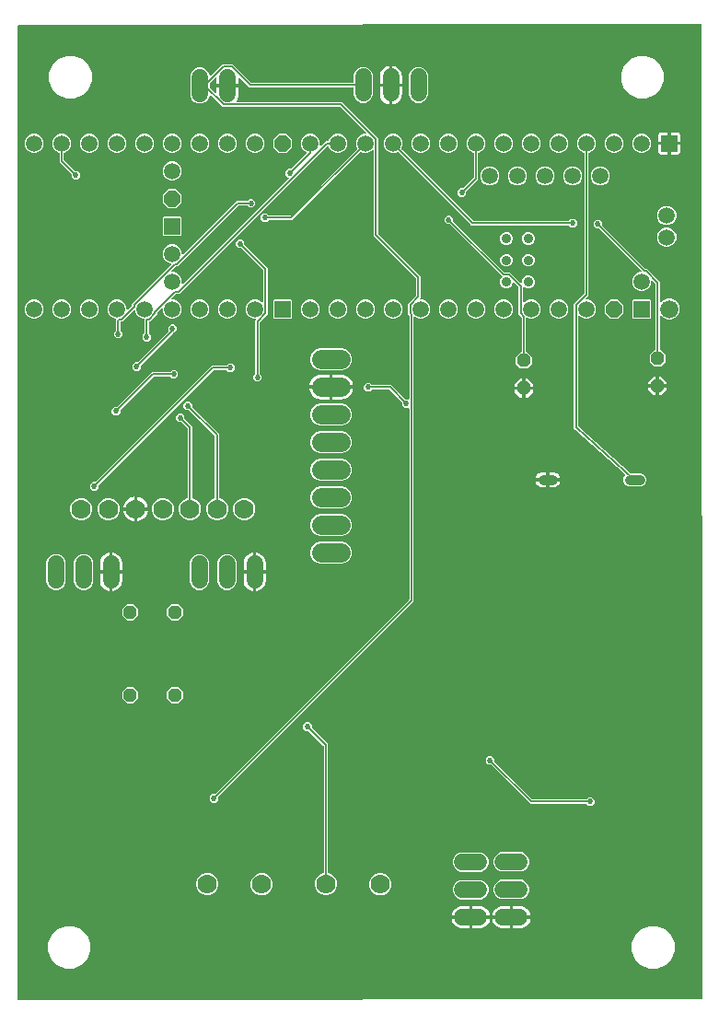
<source format=gbl>
G04 EAGLE Gerber RS-274X export*
G75*
%MOMM*%
%FSLAX34Y34*%
%LPD*%
%INBottom Copper*%
%IPPOS*%
%AMOC8*
5,1,8,0,0,1.08239X$1,22.5*%
G01*
%ADD10C,1.524000*%
%ADD11C,1.778000*%
%ADD12C,1.778000*%
%ADD13P,1.319650X8X292.500000*%
%ADD14P,1.319650X8X112.500000*%
%ADD15C,0.900000*%
%ADD16R,1.500000X1.500000*%
%ADD17C,1.676400*%
%ADD18P,1.623585X8X292.500000*%
%ADD19C,1.500000*%
%ADD20C,0.900000*%
%ADD21C,0.152400*%
%ADD22C,0.525000*%

G36*
X564206Y2032D02*
X564206Y2032D01*
X564225Y2036D01*
X564245Y2033D01*
X564346Y2055D01*
X564448Y2072D01*
X564466Y2081D01*
X564485Y2086D01*
X564574Y2139D01*
X564666Y2187D01*
X564679Y2202D01*
X564697Y2212D01*
X564764Y2291D01*
X564835Y2366D01*
X564843Y2384D01*
X564856Y2399D01*
X564895Y2495D01*
X564939Y2589D01*
X564941Y2609D01*
X564948Y2627D01*
X564967Y2794D01*
X564817Y897834D01*
X564813Y897854D01*
X564816Y897874D01*
X564794Y897974D01*
X564777Y898076D01*
X564768Y898094D01*
X564763Y898114D01*
X564710Y898203D01*
X564662Y898294D01*
X564647Y898308D01*
X564637Y898325D01*
X564558Y898392D01*
X564483Y898463D01*
X564465Y898472D01*
X564450Y898485D01*
X564354Y898523D01*
X564260Y898567D01*
X564240Y898569D01*
X564222Y898576D01*
X564055Y898595D01*
X-63483Y898138D01*
X-63502Y898135D01*
X-63521Y898137D01*
X-63623Y898115D01*
X-63726Y898099D01*
X-63743Y898089D01*
X-63762Y898085D01*
X-63851Y898032D01*
X-63943Y897983D01*
X-63956Y897969D01*
X-63973Y897959D01*
X-64040Y897881D01*
X-64112Y897805D01*
X-64120Y897787D01*
X-64133Y897773D01*
X-64172Y897677D01*
X-64216Y897582D01*
X-64218Y897562D01*
X-64225Y897544D01*
X-64244Y897378D01*
X-64965Y2710D01*
X-64962Y2690D01*
X-64964Y2670D01*
X-64942Y2570D01*
X-64926Y2468D01*
X-64916Y2450D01*
X-64912Y2430D01*
X-64859Y2341D01*
X-64811Y2250D01*
X-64796Y2236D01*
X-64786Y2219D01*
X-64707Y2152D01*
X-64632Y2081D01*
X-64614Y2072D01*
X-64599Y2059D01*
X-64503Y2020D01*
X-64409Y1977D01*
X-64389Y1975D01*
X-64370Y1967D01*
X-64204Y1949D01*
X564206Y2032D01*
G37*
%LPC*%
G36*
X114386Y183104D02*
X114386Y183104D01*
X112104Y185386D01*
X112104Y188614D01*
X114386Y190896D01*
X116706Y190896D01*
X116796Y190910D01*
X116887Y190918D01*
X116916Y190930D01*
X116948Y190935D01*
X117029Y190978D01*
X117113Y191014D01*
X117145Y191040D01*
X117166Y191051D01*
X117188Y191074D01*
X117244Y191119D01*
X295401Y369276D01*
X295454Y369350D01*
X295514Y369419D01*
X295526Y369450D01*
X295545Y369476D01*
X295572Y369563D01*
X295606Y369648D01*
X295610Y369689D01*
X295617Y369711D01*
X295616Y369743D01*
X295624Y369814D01*
X295624Y545343D01*
X295621Y545363D01*
X295623Y545382D01*
X295601Y545484D01*
X295585Y545586D01*
X295575Y545603D01*
X295571Y545623D01*
X295518Y545712D01*
X295469Y545803D01*
X295455Y545817D01*
X295445Y545834D01*
X295366Y545901D01*
X295291Y545973D01*
X295273Y545981D01*
X295258Y545994D01*
X295162Y546033D01*
X295068Y546076D01*
X295048Y546078D01*
X295030Y546086D01*
X294863Y546104D01*
X291386Y546104D01*
X289104Y548386D01*
X289104Y550706D01*
X289090Y550796D01*
X289082Y550887D01*
X289070Y550916D01*
X289065Y550948D01*
X289022Y551029D01*
X288986Y551113D01*
X288960Y551145D01*
X288949Y551166D01*
X288926Y551188D01*
X288881Y551244D01*
X277381Y562744D01*
X277307Y562797D01*
X277238Y562857D01*
X277207Y562869D01*
X277181Y562888D01*
X277094Y562915D01*
X277009Y562949D01*
X276968Y562953D01*
X276946Y562960D01*
X276914Y562959D01*
X276843Y562967D01*
X261792Y562967D01*
X261702Y562953D01*
X261611Y562945D01*
X261581Y562933D01*
X261549Y562928D01*
X261469Y562885D01*
X261385Y562849D01*
X261353Y562823D01*
X261332Y562812D01*
X261310Y562789D01*
X261254Y562744D01*
X259614Y561104D01*
X256386Y561104D01*
X254104Y563386D01*
X254104Y566614D01*
X256386Y568896D01*
X259614Y568896D01*
X261254Y567256D01*
X261328Y567203D01*
X261397Y567143D01*
X261427Y567131D01*
X261453Y567112D01*
X261540Y567085D01*
X261625Y567051D01*
X261666Y567047D01*
X261689Y567040D01*
X261721Y567041D01*
X261792Y567033D01*
X278842Y567033D01*
X291756Y554119D01*
X291830Y554066D01*
X291899Y554006D01*
X291930Y553994D01*
X291956Y553975D01*
X292043Y553948D01*
X292128Y553914D01*
X292169Y553910D01*
X292191Y553903D01*
X292223Y553904D01*
X292294Y553896D01*
X294863Y553896D01*
X294883Y553899D01*
X294902Y553897D01*
X295004Y553919D01*
X295106Y553935D01*
X295123Y553945D01*
X295143Y553949D01*
X295232Y554002D01*
X295323Y554051D01*
X295337Y554065D01*
X295354Y554075D01*
X295421Y554154D01*
X295493Y554229D01*
X295501Y554247D01*
X295514Y554262D01*
X295553Y554358D01*
X295596Y554452D01*
X295598Y554472D01*
X295606Y554490D01*
X295624Y554657D01*
X295624Y630705D01*
X295610Y630795D01*
X295602Y630886D01*
X295590Y630916D01*
X295585Y630948D01*
X295542Y631029D01*
X295506Y631113D01*
X295480Y631145D01*
X295469Y631165D01*
X295446Y631188D01*
X295401Y631244D01*
X294635Y632010D01*
X294635Y641590D01*
X301744Y648699D01*
X301797Y648773D01*
X301857Y648843D01*
X301869Y648873D01*
X301888Y648899D01*
X301915Y648986D01*
X301949Y649071D01*
X301953Y649112D01*
X301960Y649134D01*
X301959Y649166D01*
X301967Y649238D01*
X301967Y664843D01*
X301953Y664933D01*
X301945Y665024D01*
X301933Y665053D01*
X301928Y665085D01*
X301885Y665166D01*
X301849Y665250D01*
X301823Y665282D01*
X301812Y665303D01*
X301789Y665325D01*
X301744Y665381D01*
X262899Y704226D01*
X262899Y782458D01*
X262888Y782528D01*
X262886Y782600D01*
X262868Y782649D01*
X262860Y782701D01*
X262826Y782764D01*
X262801Y782831D01*
X262769Y782872D01*
X262744Y782918D01*
X262692Y782967D01*
X262648Y783023D01*
X262604Y783051D01*
X262566Y783087D01*
X262501Y783117D01*
X262441Y783156D01*
X262390Y783169D01*
X262343Y783191D01*
X262272Y783199D01*
X262202Y783216D01*
X262150Y783212D01*
X262099Y783218D01*
X262028Y783203D01*
X261957Y783197D01*
X261909Y783177D01*
X261858Y783166D01*
X261797Y783129D01*
X261731Y783101D01*
X261675Y783056D01*
X261647Y783040D01*
X261632Y783022D01*
X261600Y782996D01*
X260368Y781765D01*
X257145Y780429D01*
X253655Y780429D01*
X251190Y781451D01*
X251076Y781477D01*
X250963Y781506D01*
X250956Y781505D01*
X250950Y781507D01*
X250834Y781496D01*
X250718Y781487D01*
X250712Y781484D01*
X250705Y781484D01*
X250598Y781436D01*
X250491Y781390D01*
X250485Y781386D01*
X250481Y781384D01*
X250467Y781371D01*
X250360Y781286D01*
X188042Y718967D01*
X166792Y718967D01*
X166702Y718953D01*
X166611Y718945D01*
X166581Y718933D01*
X166549Y718928D01*
X166469Y718885D01*
X166385Y718849D01*
X166353Y718823D01*
X166332Y718812D01*
X166310Y718789D01*
X166254Y718744D01*
X164614Y717104D01*
X161386Y717104D01*
X159104Y719386D01*
X159104Y722614D01*
X161386Y724896D01*
X164614Y724896D01*
X166254Y723256D01*
X166328Y723203D01*
X166397Y723143D01*
X166427Y723131D01*
X166453Y723112D01*
X166540Y723085D01*
X166625Y723051D01*
X166666Y723047D01*
X166689Y723040D01*
X166721Y723041D01*
X166792Y723033D01*
X186043Y723033D01*
X186133Y723047D01*
X186224Y723055D01*
X186253Y723067D01*
X186285Y723072D01*
X186366Y723115D01*
X186450Y723151D01*
X186482Y723177D01*
X186503Y723188D01*
X186525Y723211D01*
X186581Y723256D01*
X247486Y784160D01*
X247553Y784254D01*
X247623Y784349D01*
X247625Y784355D01*
X247629Y784360D01*
X247663Y784471D01*
X247700Y784583D01*
X247700Y784589D01*
X247701Y784595D01*
X247698Y784712D01*
X247697Y784829D01*
X247695Y784836D01*
X247695Y784841D01*
X247689Y784858D01*
X247651Y784990D01*
X246629Y787455D01*
X246629Y790945D01*
X247965Y794168D01*
X250432Y796635D01*
X253655Y797971D01*
X255397Y797971D01*
X255468Y797982D01*
X255539Y797984D01*
X255588Y798002D01*
X255640Y798010D01*
X255703Y798044D01*
X255770Y798069D01*
X255811Y798101D01*
X255857Y798126D01*
X255907Y798178D01*
X255963Y798222D01*
X255991Y798266D01*
X256027Y798304D01*
X256057Y798369D01*
X256096Y798429D01*
X256108Y798480D01*
X256130Y798527D01*
X256138Y798598D01*
X256156Y798668D01*
X256152Y798720D01*
X256157Y798771D01*
X256142Y798842D01*
X256136Y798913D01*
X256116Y798961D01*
X256105Y799012D01*
X256068Y799073D01*
X256040Y799139D01*
X255995Y799195D01*
X255979Y799223D01*
X255961Y799238D01*
X255935Y799270D01*
X232333Y822872D01*
X232259Y822925D01*
X232190Y822985D01*
X232160Y822997D01*
X232134Y823016D01*
X232047Y823043D01*
X231962Y823077D01*
X231921Y823081D01*
X231898Y823088D01*
X231866Y823087D01*
X231795Y823095D01*
X123860Y823095D01*
X122446Y824509D01*
X113490Y833465D01*
X113432Y833507D01*
X113380Y833556D01*
X113333Y833578D01*
X113291Y833609D01*
X113222Y833630D01*
X113157Y833660D01*
X113105Y833666D01*
X113055Y833681D01*
X112984Y833679D01*
X112913Y833687D01*
X112862Y833676D01*
X112810Y833675D01*
X112742Y833650D01*
X112672Y833635D01*
X112627Y833608D01*
X112579Y833590D01*
X112523Y833545D01*
X112461Y833509D01*
X112427Y833469D01*
X112387Y833436D01*
X112348Y833376D01*
X112301Y833322D01*
X112282Y833273D01*
X112254Y833229D01*
X112236Y833160D01*
X112209Y833093D01*
X112204Y833042D01*
X110837Y829744D01*
X108336Y827243D01*
X105068Y825889D01*
X101532Y825889D01*
X98264Y827243D01*
X95763Y829744D01*
X94409Y833012D01*
X94409Y851788D01*
X95763Y855056D01*
X98264Y857557D01*
X101532Y858911D01*
X105068Y858911D01*
X108336Y857557D01*
X110837Y855056D01*
X112203Y851758D01*
X112204Y851731D01*
X112222Y851682D01*
X112230Y851631D01*
X112264Y851567D01*
X112289Y851500D01*
X112321Y851459D01*
X112346Y851413D01*
X112398Y851364D01*
X112442Y851308D01*
X112486Y851280D01*
X112524Y851244D01*
X112589Y851214D01*
X112649Y851175D01*
X112700Y851162D01*
X112747Y851140D01*
X112818Y851132D01*
X112888Y851115D01*
X112940Y851119D01*
X112991Y851113D01*
X113062Y851128D01*
X113133Y851134D01*
X113181Y851154D01*
X113232Y851165D01*
X113293Y851202D01*
X113359Y851230D01*
X113415Y851275D01*
X113443Y851291D01*
X113458Y851309D01*
X113490Y851335D01*
X123860Y861705D01*
X133540Y861705D01*
X150189Y845056D01*
X150263Y845003D01*
X150332Y844943D01*
X150363Y844931D01*
X150389Y844912D01*
X150476Y844885D01*
X150561Y844851D01*
X150602Y844847D01*
X150624Y844840D01*
X150656Y844841D01*
X150727Y844833D01*
X243648Y844833D01*
X243668Y844836D01*
X243687Y844834D01*
X243789Y844856D01*
X243891Y844872D01*
X243908Y844882D01*
X243928Y844886D01*
X244017Y844939D01*
X244108Y844988D01*
X244122Y845002D01*
X244139Y845012D01*
X244206Y845091D01*
X244278Y845166D01*
X244286Y845184D01*
X244299Y845199D01*
X244338Y845295D01*
X244381Y845389D01*
X244383Y845409D01*
X244391Y845427D01*
X244409Y845594D01*
X244409Y852188D01*
X245763Y855456D01*
X248264Y857957D01*
X251532Y859311D01*
X255068Y859311D01*
X258336Y857957D01*
X260837Y855456D01*
X262191Y852188D01*
X262191Y833412D01*
X260837Y830144D01*
X258336Y827643D01*
X255068Y826289D01*
X251532Y826289D01*
X248264Y827643D01*
X245763Y830144D01*
X244409Y833412D01*
X244409Y840006D01*
X244406Y840026D01*
X244408Y840045D01*
X244386Y840147D01*
X244370Y840249D01*
X244360Y840266D01*
X244356Y840286D01*
X244303Y840375D01*
X244254Y840466D01*
X244240Y840480D01*
X244230Y840497D01*
X244151Y840564D01*
X244076Y840636D01*
X244058Y840644D01*
X244043Y840657D01*
X243947Y840696D01*
X243853Y840739D01*
X243833Y840741D01*
X243815Y840749D01*
X243648Y840767D01*
X148728Y840767D01*
X147314Y842181D01*
X140160Y849335D01*
X140102Y849377D01*
X140050Y849426D01*
X140003Y849448D01*
X139961Y849479D01*
X139892Y849500D01*
X139827Y849530D01*
X139775Y849536D01*
X139725Y849551D01*
X139654Y849549D01*
X139583Y849557D01*
X139532Y849546D01*
X139480Y849545D01*
X139412Y849520D01*
X139342Y849505D01*
X139297Y849478D01*
X139249Y849460D01*
X139193Y849415D01*
X139131Y849379D01*
X139097Y849339D01*
X139057Y849306D01*
X139018Y849246D01*
X138971Y849192D01*
X138952Y849143D01*
X138924Y849099D01*
X138906Y849030D01*
X138879Y848963D01*
X138871Y848892D01*
X138863Y848861D01*
X138865Y848838D01*
X138861Y848797D01*
X138861Y843923D01*
X129462Y843923D01*
X129442Y843920D01*
X129423Y843922D01*
X129321Y843900D01*
X129219Y843883D01*
X129202Y843874D01*
X129182Y843870D01*
X129093Y843817D01*
X129002Y843768D01*
X128988Y843754D01*
X128971Y843744D01*
X128904Y843665D01*
X128833Y843590D01*
X128824Y843572D01*
X128811Y843557D01*
X128773Y843461D01*
X128729Y843367D01*
X128727Y843347D01*
X128719Y843329D01*
X128701Y843162D01*
X128701Y841638D01*
X128704Y841618D01*
X128702Y841599D01*
X128724Y841497D01*
X128741Y841395D01*
X128750Y841378D01*
X128754Y841358D01*
X128807Y841269D01*
X128856Y841178D01*
X128870Y841164D01*
X128880Y841147D01*
X128959Y841080D01*
X129034Y841009D01*
X129052Y841000D01*
X129067Y840987D01*
X129163Y840948D01*
X129257Y840905D01*
X129277Y840903D01*
X129295Y840895D01*
X129462Y840877D01*
X138861Y840877D01*
X138861Y833980D01*
X138611Y832401D01*
X138116Y830880D01*
X137390Y829455D01*
X136602Y828369D01*
X136596Y828359D01*
X136588Y828350D01*
X136541Y828250D01*
X136491Y828150D01*
X136490Y828138D01*
X136485Y828127D01*
X136472Y828017D01*
X136457Y827906D01*
X136459Y827894D01*
X136457Y827883D01*
X136481Y827774D01*
X136501Y827664D01*
X136507Y827654D01*
X136510Y827642D01*
X136567Y827547D01*
X136621Y827449D01*
X136630Y827441D01*
X136636Y827431D01*
X136720Y827359D01*
X136803Y827284D01*
X136814Y827279D01*
X136823Y827271D01*
X136927Y827229D01*
X137028Y827185D01*
X137040Y827184D01*
X137051Y827179D01*
X137218Y827161D01*
X233794Y827161D01*
X266965Y793990D01*
X266965Y706225D01*
X266979Y706135D01*
X266987Y706044D01*
X266999Y706015D01*
X267004Y705983D01*
X267047Y705902D01*
X267083Y705818D01*
X267109Y705786D01*
X267120Y705765D01*
X267143Y705743D01*
X267188Y705687D01*
X306033Y666842D01*
X306033Y647238D01*
X305665Y646870D01*
X305623Y646812D01*
X305573Y646760D01*
X305552Y646713D01*
X305521Y646671D01*
X305500Y646602D01*
X305470Y646537D01*
X305464Y646485D01*
X305449Y646435D01*
X305451Y646364D01*
X305443Y646293D01*
X305454Y646242D01*
X305455Y646190D01*
X305480Y646122D01*
X305495Y646052D01*
X305522Y646007D01*
X305540Y645959D01*
X305584Y645903D01*
X305621Y645841D01*
X305661Y645807D01*
X305693Y645767D01*
X305754Y645728D01*
X305808Y645681D01*
X305857Y645662D01*
X305900Y645634D01*
X305970Y645616D01*
X306036Y645589D01*
X306108Y645581D01*
X306139Y645573D01*
X306162Y645575D01*
X306203Y645571D01*
X307945Y645571D01*
X311168Y644235D01*
X313635Y641768D01*
X314971Y638545D01*
X314971Y635055D01*
X313635Y631832D01*
X311168Y629365D01*
X307945Y628029D01*
X304455Y628029D01*
X301232Y629365D01*
X300989Y629607D01*
X300931Y629649D01*
X300879Y629698D01*
X300832Y629720D01*
X300790Y629751D01*
X300721Y629772D01*
X300656Y629802D01*
X300604Y629808D01*
X300554Y629823D01*
X300483Y629821D01*
X300412Y629829D01*
X300361Y629818D01*
X300309Y629817D01*
X300241Y629792D01*
X300171Y629777D01*
X300126Y629750D01*
X300078Y629732D01*
X300022Y629687D01*
X299960Y629651D01*
X299926Y629611D01*
X299886Y629578D01*
X299847Y629518D01*
X299800Y629464D01*
X299781Y629415D01*
X299753Y629372D01*
X299735Y629302D01*
X299708Y629235D01*
X299700Y629164D01*
X299692Y629133D01*
X299694Y629110D01*
X299690Y629069D01*
X299690Y367815D01*
X120119Y188244D01*
X120066Y188170D01*
X120006Y188101D01*
X119994Y188070D01*
X119975Y188044D01*
X119948Y187957D01*
X119930Y187912D01*
X119924Y187898D01*
X119924Y187896D01*
X119914Y187872D01*
X119910Y187831D01*
X119903Y187809D01*
X119904Y187777D01*
X119896Y187706D01*
X119896Y185386D01*
X117614Y183104D01*
X114386Y183104D01*
G37*
%LPD*%
%LPC*%
G36*
X52386Y607104D02*
X52386Y607104D01*
X50104Y609386D01*
X50104Y612614D01*
X51744Y614254D01*
X51792Y614320D01*
X51798Y614327D01*
X51800Y614331D01*
X51857Y614397D01*
X51869Y614427D01*
X51888Y614453D01*
X51915Y614540D01*
X51949Y614625D01*
X51953Y614666D01*
X51960Y614689D01*
X51959Y614721D01*
X51967Y614792D01*
X51967Y627268D01*
X51964Y627288D01*
X51966Y627307D01*
X51944Y627409D01*
X51928Y627511D01*
X51918Y627528D01*
X51914Y627548D01*
X51861Y627637D01*
X51812Y627728D01*
X51798Y627742D01*
X51788Y627759D01*
X51709Y627826D01*
X51634Y627898D01*
X51616Y627906D01*
X51601Y627919D01*
X51505Y627958D01*
X51411Y628001D01*
X51391Y628003D01*
X51373Y628011D01*
X51206Y628029D01*
X50455Y628029D01*
X47232Y629365D01*
X44765Y631832D01*
X43429Y635055D01*
X43429Y635236D01*
X43418Y635307D01*
X43416Y635379D01*
X43398Y635428D01*
X43390Y635479D01*
X43356Y635542D01*
X43331Y635610D01*
X43299Y635651D01*
X43274Y635697D01*
X43223Y635746D01*
X43178Y635802D01*
X43134Y635830D01*
X43096Y635866D01*
X43031Y635896D01*
X42971Y635935D01*
X42920Y635948D01*
X42873Y635970D01*
X42802Y635977D01*
X42732Y635995D01*
X42680Y635991D01*
X42629Y635997D01*
X42558Y635981D01*
X42487Y635976D01*
X42439Y635955D01*
X42388Y635944D01*
X42327Y635908D01*
X42261Y635880D01*
X42205Y635835D01*
X42177Y635818D01*
X42162Y635800D01*
X42130Y635775D01*
X33004Y626649D01*
X31590Y625235D01*
X30794Y625235D01*
X30774Y625232D01*
X30755Y625234D01*
X30653Y625212D01*
X30551Y625196D01*
X30534Y625186D01*
X30514Y625182D01*
X30425Y625129D01*
X30334Y625080D01*
X30320Y625066D01*
X30303Y625056D01*
X30236Y624977D01*
X30164Y624902D01*
X30156Y624884D01*
X30143Y624869D01*
X30104Y624773D01*
X30061Y624679D01*
X30059Y624659D01*
X30051Y624641D01*
X30033Y624474D01*
X30033Y617792D01*
X30035Y617775D01*
X30034Y617760D01*
X30048Y617694D01*
X30055Y617611D01*
X30067Y617581D01*
X30072Y617549D01*
X30085Y617526D01*
X30086Y617520D01*
X30103Y617491D01*
X30115Y617469D01*
X30151Y617385D01*
X30177Y617353D01*
X30188Y617332D01*
X30211Y617310D01*
X30256Y617254D01*
X31896Y615614D01*
X31896Y612386D01*
X29614Y610104D01*
X26386Y610104D01*
X24104Y612386D01*
X24104Y615614D01*
X25744Y617254D01*
X25797Y617328D01*
X25831Y617367D01*
X25836Y617372D01*
X25836Y617373D01*
X25857Y617397D01*
X25869Y617427D01*
X25888Y617453D01*
X25915Y617540D01*
X25919Y617552D01*
X25939Y617595D01*
X25940Y617604D01*
X25949Y617625D01*
X25953Y617666D01*
X25960Y617689D01*
X25959Y617721D01*
X25967Y617792D01*
X25967Y626885D01*
X25968Y626887D01*
X25999Y626929D01*
X26020Y626998D01*
X26050Y627063D01*
X26056Y627115D01*
X26071Y627164D01*
X26069Y627236D01*
X26077Y627307D01*
X26066Y627358D01*
X26065Y627410D01*
X26040Y627478D01*
X26025Y627548D01*
X25998Y627593D01*
X25980Y627641D01*
X25935Y627697D01*
X25899Y627759D01*
X25859Y627793D01*
X25826Y627833D01*
X25766Y627872D01*
X25712Y627919D01*
X25663Y627938D01*
X25620Y627966D01*
X25550Y627984D01*
X25483Y628011D01*
X25412Y628019D01*
X25381Y628027D01*
X25358Y628025D01*
X25317Y628029D01*
X25055Y628029D01*
X21832Y629365D01*
X19365Y631832D01*
X18029Y635055D01*
X18029Y638545D01*
X19365Y641768D01*
X21832Y644235D01*
X25055Y645571D01*
X28545Y645571D01*
X31768Y644235D01*
X34235Y641768D01*
X35571Y638545D01*
X35571Y636803D01*
X35572Y636795D01*
X35572Y636792D01*
X35575Y636776D01*
X35582Y636732D01*
X35584Y636661D01*
X35602Y636612D01*
X35610Y636560D01*
X35644Y636497D01*
X35669Y636430D01*
X35701Y636389D01*
X35726Y636343D01*
X35777Y636294D01*
X35822Y636237D01*
X35866Y636209D01*
X35904Y636173D01*
X35969Y636143D01*
X36029Y636104D01*
X36080Y636092D01*
X36127Y636070D01*
X36198Y636062D01*
X36268Y636044D01*
X36320Y636048D01*
X36371Y636043D01*
X36442Y636058D01*
X36513Y636064D01*
X36561Y636084D01*
X36612Y636095D01*
X36673Y636132D01*
X36739Y636160D01*
X36795Y636205D01*
X36823Y636221D01*
X36838Y636239D01*
X36870Y636265D01*
X40412Y639807D01*
X40465Y639881D01*
X40525Y639950D01*
X40537Y639980D01*
X40556Y640006D01*
X40583Y640093D01*
X40617Y640178D01*
X40621Y640219D01*
X40628Y640242D01*
X40627Y640274D01*
X40635Y640345D01*
X40635Y641590D01*
X76575Y677530D01*
X76617Y677588D01*
X76666Y677640D01*
X76688Y677687D01*
X76718Y677729D01*
X76739Y677798D01*
X76770Y677863D01*
X76775Y677915D01*
X76791Y677965D01*
X76789Y678036D01*
X76797Y678107D01*
X76786Y678158D01*
X76784Y678210D01*
X76760Y678278D01*
X76744Y678348D01*
X76718Y678393D01*
X76700Y678441D01*
X76655Y678497D01*
X76618Y678559D01*
X76579Y678593D01*
X76546Y678633D01*
X76486Y678672D01*
X76431Y678719D01*
X76383Y678738D01*
X76339Y678766D01*
X76270Y678784D01*
X76203Y678811D01*
X76132Y678819D01*
X76101Y678827D01*
X76077Y678825D01*
X76036Y678829D01*
X75855Y678829D01*
X72632Y680165D01*
X70165Y682632D01*
X68829Y685855D01*
X68829Y689345D01*
X70165Y692568D01*
X72632Y695035D01*
X75855Y696371D01*
X79345Y696371D01*
X82568Y695035D01*
X85035Y692568D01*
X86371Y689345D01*
X86371Y687603D01*
X86382Y687532D01*
X86384Y687461D01*
X86402Y687412D01*
X86410Y687360D01*
X86444Y687297D01*
X86469Y687230D01*
X86501Y687189D01*
X86526Y687143D01*
X86578Y687093D01*
X86622Y687037D01*
X86666Y687009D01*
X86704Y686973D01*
X86769Y686943D01*
X86829Y686904D01*
X86880Y686892D01*
X86927Y686870D01*
X86998Y686862D01*
X87068Y686844D01*
X87120Y686848D01*
X87171Y686843D01*
X87242Y686858D01*
X87313Y686864D01*
X87361Y686884D01*
X87412Y686895D01*
X87473Y686932D01*
X87539Y686960D01*
X87595Y687005D01*
X87623Y687021D01*
X87638Y687039D01*
X87670Y687065D01*
X136638Y736033D01*
X146208Y736033D01*
X146298Y736047D01*
X146389Y736055D01*
X146419Y736067D01*
X146451Y736072D01*
X146531Y736115D01*
X146615Y736151D01*
X146647Y736177D01*
X146668Y736188D01*
X146690Y736211D01*
X146746Y736256D01*
X148386Y737896D01*
X151614Y737896D01*
X153896Y735614D01*
X153896Y732386D01*
X151614Y730104D01*
X148386Y730104D01*
X146746Y731744D01*
X146672Y731797D01*
X146603Y731857D01*
X146573Y731869D01*
X146547Y731888D01*
X146460Y731915D01*
X146375Y731949D01*
X146334Y731953D01*
X146311Y731960D01*
X146279Y731959D01*
X146208Y731967D01*
X138638Y731967D01*
X138548Y731953D01*
X138457Y731945D01*
X138427Y731933D01*
X138395Y731928D01*
X138314Y731885D01*
X138230Y731849D01*
X138198Y731823D01*
X138178Y731812D01*
X138155Y731789D01*
X138099Y731744D01*
X83804Y677449D01*
X82390Y676035D01*
X81145Y676035D01*
X81055Y676021D01*
X80964Y676013D01*
X80934Y676001D01*
X80902Y675996D01*
X80822Y675953D01*
X80738Y675917D01*
X80706Y675891D01*
X80685Y675880D01*
X80663Y675857D01*
X80607Y675812D01*
X77065Y672270D01*
X77023Y672212D01*
X76973Y672160D01*
X76952Y672113D01*
X76921Y672071D01*
X76900Y672002D01*
X76870Y671937D01*
X76864Y671885D01*
X76849Y671835D01*
X76851Y671764D01*
X76843Y671693D01*
X76854Y671642D01*
X76855Y671590D01*
X76880Y671522D01*
X76895Y671452D01*
X76922Y671407D01*
X76940Y671359D01*
X76984Y671303D01*
X77021Y671241D01*
X77061Y671207D01*
X77093Y671167D01*
X77154Y671128D01*
X77208Y671081D01*
X77256Y671062D01*
X77300Y671034D01*
X77370Y671016D01*
X77436Y670989D01*
X77508Y670981D01*
X77539Y670973D01*
X77562Y670975D01*
X77603Y670971D01*
X79345Y670971D01*
X82568Y669635D01*
X85035Y667168D01*
X86371Y663945D01*
X86371Y660497D01*
X86382Y660427D01*
X86384Y660355D01*
X86402Y660306D01*
X86410Y660255D01*
X86444Y660191D01*
X86469Y660124D01*
X86501Y660083D01*
X86526Y660037D01*
X86577Y659988D01*
X86622Y659932D01*
X86666Y659904D01*
X86704Y659868D01*
X86769Y659838D01*
X86829Y659799D01*
X86880Y659786D01*
X86927Y659764D01*
X86998Y659756D01*
X87068Y659739D01*
X87120Y659743D01*
X87171Y659737D01*
X87242Y659752D01*
X87313Y659758D01*
X87361Y659778D01*
X87412Y659789D01*
X87473Y659826D01*
X87539Y659854D01*
X87595Y659899D01*
X87623Y659915D01*
X87638Y659933D01*
X87670Y659959D01*
X184563Y756851D01*
X184574Y756868D01*
X184590Y756880D01*
X184646Y756967D01*
X184706Y757051D01*
X184712Y757070D01*
X184723Y757087D01*
X184748Y757187D01*
X184779Y757286D01*
X184778Y757306D01*
X184783Y757325D01*
X184775Y757428D01*
X184772Y757532D01*
X184765Y757551D01*
X184764Y757571D01*
X184723Y757666D01*
X184688Y757763D01*
X184675Y757779D01*
X184667Y757797D01*
X184563Y757928D01*
X182104Y760386D01*
X182104Y763614D01*
X184386Y765896D01*
X186706Y765896D01*
X186796Y765910D01*
X186887Y765918D01*
X186916Y765930D01*
X186948Y765935D01*
X187029Y765978D01*
X187113Y766014D01*
X187145Y766040D01*
X187166Y766051D01*
X187188Y766074D01*
X187244Y766119D01*
X201130Y780005D01*
X201157Y780042D01*
X201191Y780073D01*
X201228Y780141D01*
X201273Y780204D01*
X201287Y780248D01*
X201309Y780288D01*
X201323Y780365D01*
X201346Y780439D01*
X201345Y780485D01*
X201353Y780531D01*
X201342Y780608D01*
X201339Y780685D01*
X201324Y780728D01*
X201317Y780774D01*
X201282Y780843D01*
X201255Y780916D01*
X201226Y780952D01*
X201206Y780993D01*
X201150Y781048D01*
X201101Y781108D01*
X201063Y781133D01*
X201030Y781165D01*
X200910Y781231D01*
X200894Y781241D01*
X200890Y781243D01*
X200883Y781246D01*
X199632Y781765D01*
X197165Y784232D01*
X195829Y787455D01*
X195829Y790945D01*
X197165Y794168D01*
X199632Y796635D01*
X202855Y797971D01*
X206345Y797971D01*
X209568Y796635D01*
X212035Y794168D01*
X213371Y790945D01*
X213371Y787497D01*
X213382Y787427D01*
X213384Y787355D01*
X213402Y787306D01*
X213410Y787255D01*
X213444Y787191D01*
X213469Y787124D01*
X213501Y787083D01*
X213526Y787037D01*
X213578Y786988D01*
X213622Y786932D01*
X213666Y786904D01*
X213704Y786868D01*
X213769Y786838D01*
X213829Y786799D01*
X213880Y786786D01*
X213927Y786764D01*
X213998Y786756D01*
X214068Y786739D01*
X214120Y786743D01*
X214171Y786737D01*
X214242Y786752D01*
X214313Y786758D01*
X214361Y786778D01*
X214412Y786789D01*
X214473Y786826D01*
X214539Y786854D01*
X214595Y786899D01*
X214623Y786915D01*
X214638Y786933D01*
X214670Y786959D01*
X218944Y791233D01*
X220840Y791233D01*
X220955Y791252D01*
X221071Y791269D01*
X221077Y791271D01*
X221083Y791272D01*
X221185Y791327D01*
X221290Y791380D01*
X221295Y791385D01*
X221300Y791388D01*
X221380Y791472D01*
X221462Y791556D01*
X221466Y791562D01*
X221469Y791566D01*
X221477Y791583D01*
X221543Y791703D01*
X222565Y794168D01*
X225032Y796635D01*
X228255Y797971D01*
X231745Y797971D01*
X234968Y796635D01*
X237435Y794168D01*
X238771Y790945D01*
X238771Y787455D01*
X237435Y784232D01*
X234968Y781765D01*
X231745Y780429D01*
X228255Y780429D01*
X225032Y781765D01*
X222565Y784232D01*
X221574Y786624D01*
X221549Y786663D01*
X221534Y786706D01*
X221485Y786767D01*
X221444Y786833D01*
X221409Y786863D01*
X221380Y786898D01*
X221314Y786940D01*
X221254Y786990D01*
X221212Y787007D01*
X221173Y787031D01*
X221097Y787050D01*
X221025Y787078D01*
X220979Y787080D01*
X220934Y787091D01*
X220857Y787085D01*
X220779Y787089D01*
X220735Y787076D01*
X220689Y787072D01*
X220618Y787042D01*
X220543Y787020D01*
X220505Y786994D01*
X220463Y786976D01*
X220356Y786891D01*
X220341Y786880D01*
X220338Y786876D01*
X220332Y786871D01*
X84096Y650635D01*
X81145Y650635D01*
X81055Y650621D01*
X80964Y650613D01*
X80934Y650601D01*
X80902Y650596D01*
X80822Y650553D01*
X80738Y650517D01*
X80706Y650491D01*
X80685Y650480D01*
X80663Y650457D01*
X80607Y650412D01*
X77065Y646870D01*
X77023Y646812D01*
X76973Y646760D01*
X76952Y646713D01*
X76921Y646671D01*
X76900Y646602D01*
X76870Y646537D01*
X76864Y646485D01*
X76849Y646435D01*
X76851Y646364D01*
X76843Y646293D01*
X76854Y646242D01*
X76855Y646190D01*
X76880Y646122D01*
X76895Y646052D01*
X76922Y646007D01*
X76940Y645959D01*
X76984Y645903D01*
X77021Y645841D01*
X77061Y645807D01*
X77093Y645767D01*
X77154Y645728D01*
X77208Y645681D01*
X77256Y645662D01*
X77300Y645634D01*
X77370Y645616D01*
X77436Y645589D01*
X77508Y645581D01*
X77539Y645573D01*
X77562Y645575D01*
X77603Y645571D01*
X79345Y645571D01*
X82568Y644235D01*
X85035Y641768D01*
X86371Y638545D01*
X86371Y635055D01*
X85035Y631832D01*
X82568Y629365D01*
X79345Y628029D01*
X75855Y628029D01*
X72632Y629365D01*
X70165Y631832D01*
X68829Y635055D01*
X68829Y636797D01*
X68818Y636868D01*
X68816Y636939D01*
X68798Y636988D01*
X68790Y637040D01*
X68756Y637103D01*
X68731Y637170D01*
X68699Y637211D01*
X68674Y637257D01*
X68622Y637307D01*
X68578Y637363D01*
X68534Y637391D01*
X68496Y637427D01*
X68431Y637457D01*
X68371Y637496D01*
X68320Y637508D01*
X68273Y637530D01*
X68202Y637538D01*
X68132Y637556D01*
X68080Y637552D01*
X68029Y637557D01*
X67958Y637542D01*
X67887Y637536D01*
X67839Y637516D01*
X67788Y637505D01*
X67727Y637468D01*
X67661Y637440D01*
X67605Y637395D01*
X67577Y637379D01*
X67562Y637361D01*
X67530Y637335D01*
X63988Y633793D01*
X63935Y633719D01*
X63875Y633650D01*
X63863Y633620D01*
X63844Y633594D01*
X63817Y633506D01*
X63783Y633422D01*
X63779Y633381D01*
X63772Y633358D01*
X63773Y633326D01*
X63765Y633255D01*
X63765Y632010D01*
X56990Y625235D01*
X56794Y625235D01*
X56774Y625232D01*
X56755Y625234D01*
X56653Y625212D01*
X56551Y625196D01*
X56534Y625186D01*
X56514Y625182D01*
X56425Y625129D01*
X56334Y625080D01*
X56320Y625066D01*
X56303Y625056D01*
X56236Y624977D01*
X56164Y624902D01*
X56156Y624884D01*
X56143Y624869D01*
X56104Y624773D01*
X56061Y624679D01*
X56059Y624659D01*
X56051Y624641D01*
X56033Y624474D01*
X56033Y614792D01*
X56047Y614702D01*
X56055Y614611D01*
X56067Y614581D01*
X56072Y614549D01*
X56115Y614469D01*
X56151Y614385D01*
X56177Y614353D01*
X56188Y614332D01*
X56211Y614310D01*
X56256Y614254D01*
X57896Y612614D01*
X57896Y609386D01*
X55614Y607104D01*
X52386Y607104D01*
G37*
%LPD*%
%LPC*%
G36*
X497352Y474229D02*
X497352Y474229D01*
X495231Y475108D01*
X493608Y476731D01*
X492729Y478852D01*
X492729Y481148D01*
X493608Y483269D01*
X494286Y483947D01*
X494310Y483981D01*
X494342Y484010D01*
X494382Y484081D01*
X494429Y484147D01*
X494442Y484187D01*
X494463Y484224D01*
X494478Y484304D01*
X494502Y484382D01*
X494501Y484424D01*
X494509Y484466D01*
X494497Y484546D01*
X494495Y484628D01*
X494481Y484667D01*
X494475Y484709D01*
X494439Y484782D01*
X494411Y484859D01*
X494384Y484892D01*
X494366Y484930D01*
X494263Y485043D01*
X494257Y485051D01*
X494255Y485052D01*
X494253Y485054D01*
X448512Y525707D01*
X448453Y525744D01*
X448401Y525789D01*
X448350Y525809D01*
X448304Y525839D01*
X448281Y525844D01*
X447689Y526436D01*
X447675Y526446D01*
X447656Y526467D01*
X447035Y527019D01*
X447035Y527850D01*
X447033Y527866D01*
X447034Y527894D01*
X446984Y528736D01*
X446991Y528763D01*
X447017Y528827D01*
X447025Y528903D01*
X447033Y528935D01*
X447031Y528957D01*
X447035Y528994D01*
X447035Y641590D01*
X456344Y650899D01*
X456397Y650973D01*
X456457Y651043D01*
X456469Y651073D01*
X456488Y651099D01*
X456515Y651186D01*
X456549Y651271D01*
X456553Y651312D01*
X456560Y651334D01*
X456559Y651366D01*
X456567Y651438D01*
X456567Y780040D01*
X456548Y780155D01*
X456531Y780271D01*
X456529Y780277D01*
X456528Y780283D01*
X456473Y780385D01*
X456420Y780490D01*
X456415Y780495D01*
X456412Y780500D01*
X456328Y780580D01*
X456244Y780662D01*
X456238Y780666D01*
X456234Y780669D01*
X456217Y780677D01*
X456097Y780743D01*
X453632Y781765D01*
X451165Y784232D01*
X449829Y787455D01*
X449829Y790945D01*
X451165Y794168D01*
X453632Y796635D01*
X456855Y797971D01*
X460345Y797971D01*
X463568Y796635D01*
X466035Y794168D01*
X467371Y790945D01*
X467371Y787455D01*
X466035Y784232D01*
X463568Y781765D01*
X461103Y780743D01*
X461003Y780682D01*
X460903Y780622D01*
X460899Y780617D01*
X460894Y780614D01*
X460819Y780524D01*
X460743Y780435D01*
X460741Y780429D01*
X460737Y780424D01*
X460695Y780316D01*
X460651Y780207D01*
X460650Y780199D01*
X460649Y780195D01*
X460648Y780176D01*
X460633Y780040D01*
X460633Y649438D01*
X458065Y646870D01*
X458023Y646812D01*
X457973Y646760D01*
X457952Y646713D01*
X457921Y646671D01*
X457900Y646602D01*
X457870Y646537D01*
X457864Y646485D01*
X457849Y646435D01*
X457851Y646364D01*
X457843Y646293D01*
X457854Y646242D01*
X457855Y646190D01*
X457880Y646122D01*
X457895Y646052D01*
X457922Y646007D01*
X457940Y645959D01*
X457984Y645903D01*
X458021Y645841D01*
X458061Y645807D01*
X458093Y645767D01*
X458154Y645728D01*
X458208Y645681D01*
X458256Y645662D01*
X458300Y645634D01*
X458370Y645616D01*
X458436Y645589D01*
X458508Y645581D01*
X458539Y645573D01*
X458562Y645575D01*
X458603Y645571D01*
X460345Y645571D01*
X463568Y644235D01*
X466035Y641768D01*
X467371Y638545D01*
X467371Y635055D01*
X466035Y631832D01*
X463568Y629365D01*
X460345Y628029D01*
X456855Y628029D01*
X453632Y629365D01*
X452400Y630596D01*
X452342Y630638D01*
X452290Y630687D01*
X452243Y630709D01*
X452201Y630740D01*
X452132Y630761D01*
X452067Y630791D01*
X452015Y630797D01*
X451965Y630812D01*
X451894Y630810D01*
X451823Y630818D01*
X451772Y630807D01*
X451720Y630806D01*
X451652Y630781D01*
X451582Y630766D01*
X451537Y630739D01*
X451489Y630721D01*
X451433Y630676D01*
X451371Y630640D01*
X451337Y630600D01*
X451297Y630567D01*
X451258Y630507D01*
X451211Y630453D01*
X451192Y630404D01*
X451164Y630361D01*
X451146Y630291D01*
X451119Y630224D01*
X451111Y630153D01*
X451103Y630122D01*
X451105Y630099D01*
X451101Y630058D01*
X451101Y529187D01*
X451119Y529075D01*
X451134Y528963D01*
X451139Y528954D01*
X451140Y528944D01*
X451193Y528844D01*
X451244Y528742D01*
X451252Y528733D01*
X451256Y528727D01*
X451273Y528710D01*
X451356Y528618D01*
X499351Y485963D01*
X499409Y485926D01*
X499461Y485881D01*
X499512Y485861D01*
X499558Y485831D01*
X499625Y485815D01*
X499690Y485789D01*
X499766Y485781D01*
X499797Y485773D01*
X499819Y485775D01*
X499856Y485771D01*
X508648Y485771D01*
X510769Y484892D01*
X512392Y483269D01*
X513271Y481148D01*
X513271Y478852D01*
X512392Y476731D01*
X510769Y475108D01*
X508648Y474229D01*
X497352Y474229D01*
G37*
%LPD*%
%LPC*%
G36*
X520949Y584333D02*
X520949Y584333D01*
X516633Y588649D01*
X516633Y594751D01*
X520949Y599067D01*
X521206Y599067D01*
X521226Y599070D01*
X521245Y599068D01*
X521347Y599090D01*
X521449Y599106D01*
X521466Y599116D01*
X521486Y599120D01*
X521575Y599173D01*
X521666Y599222D01*
X521680Y599236D01*
X521697Y599246D01*
X521764Y599325D01*
X521836Y599400D01*
X521844Y599418D01*
X521857Y599433D01*
X521896Y599529D01*
X521939Y599623D01*
X521941Y599643D01*
X521949Y599661D01*
X521967Y599828D01*
X521967Y659923D01*
X521953Y660013D01*
X521945Y660104D01*
X521933Y660134D01*
X521928Y660166D01*
X521885Y660246D01*
X521849Y660330D01*
X521823Y660362D01*
X521812Y660383D01*
X521789Y660405D01*
X521744Y660461D01*
X519470Y662735D01*
X519412Y662777D01*
X519360Y662827D01*
X519313Y662848D01*
X519271Y662879D01*
X519202Y662900D01*
X519137Y662930D01*
X519085Y662936D01*
X519035Y662951D01*
X518964Y662949D01*
X518893Y662957D01*
X518842Y662946D01*
X518790Y662945D01*
X518722Y662920D01*
X518652Y662905D01*
X518607Y662878D01*
X518559Y662860D01*
X518503Y662816D01*
X518441Y662779D01*
X518407Y662739D01*
X518367Y662707D01*
X518328Y662646D01*
X518281Y662592D01*
X518262Y662544D01*
X518234Y662500D01*
X518216Y662430D01*
X518189Y662364D01*
X518181Y662292D01*
X518173Y662261D01*
X518175Y662238D01*
X518171Y662197D01*
X518171Y660455D01*
X516835Y657232D01*
X514368Y654765D01*
X511145Y653429D01*
X507655Y653429D01*
X504432Y654765D01*
X501965Y657232D01*
X500629Y660455D01*
X500629Y663945D01*
X501965Y667168D01*
X504432Y669635D01*
X507655Y670971D01*
X508317Y670971D01*
X508387Y670982D01*
X508459Y670984D01*
X508508Y671002D01*
X508559Y671010D01*
X508623Y671044D01*
X508690Y671069D01*
X508731Y671101D01*
X508777Y671126D01*
X508826Y671178D01*
X508882Y671222D01*
X508910Y671266D01*
X508946Y671304D01*
X508976Y671369D01*
X509015Y671429D01*
X509028Y671480D01*
X509050Y671527D01*
X509058Y671598D01*
X509075Y671668D01*
X509071Y671720D01*
X509077Y671771D01*
X509062Y671842D01*
X509056Y671913D01*
X509036Y671961D01*
X509025Y672012D01*
X508988Y672073D01*
X508960Y672139D01*
X508915Y672195D01*
X508899Y672223D01*
X508881Y672238D01*
X508855Y672270D01*
X470244Y710881D01*
X470170Y710934D01*
X470101Y710994D01*
X470070Y711006D01*
X470044Y711025D01*
X469957Y711052D01*
X469872Y711086D01*
X469831Y711090D01*
X469809Y711097D01*
X469777Y711096D01*
X469706Y711104D01*
X467386Y711104D01*
X465104Y713386D01*
X465104Y716614D01*
X467386Y718896D01*
X470614Y718896D01*
X472896Y716614D01*
X472896Y714294D01*
X472910Y714204D01*
X472918Y714113D01*
X472930Y714084D01*
X472935Y714052D01*
X472978Y713971D01*
X473014Y713887D01*
X473040Y713855D01*
X473051Y713834D01*
X473074Y713812D01*
X473119Y713756D01*
X512887Y673988D01*
X512961Y673935D01*
X513030Y673875D01*
X513061Y673863D01*
X513087Y673844D01*
X513174Y673817D01*
X513259Y673783D01*
X513300Y673779D01*
X513322Y673772D01*
X513354Y673773D01*
X513425Y673765D01*
X514190Y673765D01*
X526033Y661922D01*
X526033Y643522D01*
X526044Y643451D01*
X526046Y643379D01*
X526064Y643330D01*
X526072Y643279D01*
X526106Y643215D01*
X526131Y643148D01*
X526163Y643107D01*
X526188Y643061D01*
X526240Y643012D01*
X526284Y642956D01*
X526328Y642928D01*
X526366Y642892D01*
X526431Y642862D01*
X526491Y642823D01*
X526542Y642810D01*
X526589Y642788D01*
X526660Y642781D01*
X526730Y642763D01*
X526782Y642767D01*
X526833Y642761D01*
X526904Y642777D01*
X526975Y642782D01*
X527023Y642802D01*
X527074Y642814D01*
X527135Y642850D01*
X527201Y642878D01*
X527257Y642923D01*
X527285Y642940D01*
X527300Y642958D01*
X527332Y642983D01*
X529332Y644983D01*
X532880Y646453D01*
X536720Y646453D01*
X540268Y644983D01*
X542983Y642268D01*
X544453Y638720D01*
X544453Y634880D01*
X542983Y631332D01*
X540268Y628617D01*
X536720Y627147D01*
X532880Y627147D01*
X529332Y628617D01*
X527332Y630617D01*
X527274Y630659D01*
X527222Y630708D01*
X527175Y630730D01*
X527133Y630760D01*
X527064Y630781D01*
X526999Y630812D01*
X526947Y630817D01*
X526897Y630833D01*
X526826Y630831D01*
X526755Y630839D01*
X526704Y630828D01*
X526652Y630826D01*
X526584Y630802D01*
X526514Y630786D01*
X526469Y630760D01*
X526421Y630742D01*
X526365Y630697D01*
X526303Y630660D01*
X526269Y630621D01*
X526229Y630588D01*
X526190Y630528D01*
X526143Y630473D01*
X526124Y630425D01*
X526096Y630381D01*
X526078Y630312D01*
X526051Y630245D01*
X526043Y630174D01*
X526035Y630143D01*
X526037Y630119D01*
X526033Y630078D01*
X526033Y599828D01*
X526036Y599808D01*
X526034Y599789D01*
X526056Y599687D01*
X526072Y599585D01*
X526082Y599568D01*
X526086Y599548D01*
X526139Y599459D01*
X526188Y599368D01*
X526202Y599354D01*
X526212Y599337D01*
X526291Y599270D01*
X526366Y599198D01*
X526384Y599190D01*
X526399Y599177D01*
X526495Y599138D01*
X526589Y599095D01*
X526609Y599093D01*
X526627Y599085D01*
X526794Y599067D01*
X527051Y599067D01*
X531367Y594751D01*
X531367Y588649D01*
X527051Y584333D01*
X520949Y584333D01*
G37*
%LPD*%
%LPC*%
G36*
X397949Y582333D02*
X397949Y582333D01*
X393633Y586649D01*
X393633Y592751D01*
X397949Y597067D01*
X398206Y597067D01*
X398226Y597070D01*
X398245Y597068D01*
X398347Y597090D01*
X398449Y597106D01*
X398466Y597116D01*
X398486Y597120D01*
X398575Y597173D01*
X398666Y597222D01*
X398680Y597236D01*
X398697Y597246D01*
X398764Y597325D01*
X398836Y597400D01*
X398844Y597418D01*
X398857Y597433D01*
X398896Y597529D01*
X398939Y597623D01*
X398941Y597643D01*
X398949Y597661D01*
X398967Y597828D01*
X398967Y628962D01*
X398953Y629052D01*
X398945Y629143D01*
X398933Y629173D01*
X398928Y629205D01*
X398885Y629286D01*
X398849Y629370D01*
X398823Y629402D01*
X398812Y629422D01*
X398789Y629445D01*
X398744Y629501D01*
X396235Y632010D01*
X396235Y656712D01*
X396221Y656802D01*
X396213Y656893D01*
X396201Y656923D01*
X396196Y656955D01*
X396153Y657036D01*
X396117Y657120D01*
X396091Y657152D01*
X396080Y657172D01*
X396057Y657195D01*
X396012Y657251D01*
X392170Y661093D01*
X392112Y661135D01*
X392060Y661184D01*
X392013Y661206D01*
X391971Y661236D01*
X391902Y661257D01*
X391837Y661288D01*
X391785Y661293D01*
X391735Y661309D01*
X391664Y661307D01*
X391593Y661315D01*
X391542Y661304D01*
X391490Y661302D01*
X391422Y661278D01*
X391352Y661262D01*
X391307Y661236D01*
X391259Y661218D01*
X391203Y661173D01*
X391141Y661136D01*
X391107Y661097D01*
X391067Y661064D01*
X391028Y661004D01*
X390981Y660949D01*
X390962Y660901D01*
X390934Y660857D01*
X390916Y660788D01*
X390889Y660721D01*
X390886Y660688D01*
X389992Y658531D01*
X388369Y656908D01*
X386248Y656029D01*
X383952Y656029D01*
X381831Y656908D01*
X380208Y658531D01*
X379329Y660652D01*
X379329Y662948D01*
X380208Y665069D01*
X381094Y665955D01*
X381105Y665971D01*
X381121Y665983D01*
X381177Y666071D01*
X381237Y666155D01*
X381243Y666174D01*
X381254Y666190D01*
X381279Y666291D01*
X381310Y666390D01*
X381309Y666410D01*
X381314Y666429D01*
X381306Y666532D01*
X381303Y666636D01*
X381296Y666654D01*
X381295Y666674D01*
X381255Y666769D01*
X381219Y666867D01*
X381206Y666882D01*
X381199Y666900D01*
X381112Y667009D01*
X381111Y667011D01*
X381110Y667011D01*
X381094Y667031D01*
X333244Y714881D01*
X333170Y714934D01*
X333101Y714994D01*
X333070Y715006D01*
X333044Y715025D01*
X332957Y715052D01*
X332872Y715086D01*
X332831Y715090D01*
X332809Y715097D01*
X332777Y715096D01*
X332706Y715104D01*
X330386Y715104D01*
X328104Y717386D01*
X328104Y720614D01*
X330386Y722896D01*
X333614Y722896D01*
X335896Y720614D01*
X335896Y718294D01*
X335910Y718204D01*
X335918Y718113D01*
X335930Y718084D01*
X335935Y718052D01*
X335958Y718010D01*
X335959Y718005D01*
X335972Y717982D01*
X335978Y717971D01*
X336014Y717887D01*
X336040Y717855D01*
X336051Y717834D01*
X336074Y717812D01*
X336085Y717794D01*
X336097Y717784D01*
X336119Y717756D01*
X383287Y670588D01*
X383361Y670535D01*
X383430Y670475D01*
X383461Y670463D01*
X383487Y670444D01*
X383574Y670417D01*
X383659Y670383D01*
X383700Y670379D01*
X383722Y670372D01*
X383754Y670373D01*
X383825Y670365D01*
X388648Y670365D01*
X398030Y660983D01*
X398088Y660941D01*
X398140Y660891D01*
X398187Y660870D01*
X398229Y660839D01*
X398298Y660818D01*
X398363Y660788D01*
X398415Y660782D01*
X398465Y660767D01*
X398536Y660769D01*
X398607Y660761D01*
X398658Y660772D01*
X398710Y660773D01*
X398778Y660798D01*
X398848Y660813D01*
X398893Y660840D01*
X398941Y660858D01*
X398997Y660902D01*
X399059Y660939D01*
X399093Y660979D01*
X399133Y661011D01*
X399172Y661072D01*
X399219Y661126D01*
X399238Y661174D01*
X399266Y661218D01*
X399284Y661288D01*
X399311Y661354D01*
X399319Y661426D01*
X399327Y661457D01*
X399325Y661480D01*
X399329Y661521D01*
X399329Y662948D01*
X400208Y665069D01*
X401831Y666692D01*
X403952Y667571D01*
X406248Y667571D01*
X408369Y666692D01*
X409992Y665069D01*
X410871Y662948D01*
X410871Y660652D01*
X409992Y658531D01*
X408369Y656908D01*
X406248Y656029D01*
X403952Y656029D01*
X401831Y656908D01*
X401600Y657139D01*
X401542Y657181D01*
X401490Y657230D01*
X401443Y657252D01*
X401401Y657282D01*
X401332Y657303D01*
X401267Y657334D01*
X401215Y657339D01*
X401165Y657355D01*
X401094Y657353D01*
X401023Y657361D01*
X400972Y657350D01*
X400920Y657348D01*
X400852Y657324D01*
X400782Y657308D01*
X400737Y657282D01*
X400689Y657264D01*
X400633Y657219D01*
X400571Y657182D01*
X400537Y657143D01*
X400497Y657110D01*
X400458Y657050D01*
X400411Y656995D01*
X400392Y656947D01*
X400364Y656903D01*
X400346Y656834D01*
X400319Y656767D01*
X400311Y656696D01*
X400303Y656665D01*
X400305Y656641D01*
X400301Y656600D01*
X400301Y643542D01*
X400312Y643472D01*
X400314Y643400D01*
X400332Y643351D01*
X400340Y643299D01*
X400374Y643236D01*
X400399Y643169D01*
X400431Y643128D01*
X400456Y643082D01*
X400508Y643033D01*
X400552Y642977D01*
X400596Y642949D01*
X400634Y642913D01*
X400699Y642883D01*
X400759Y642844D01*
X400810Y642831D01*
X400857Y642809D01*
X400928Y642801D01*
X400998Y642784D01*
X401050Y642788D01*
X401101Y642782D01*
X401172Y642797D01*
X401243Y642803D01*
X401291Y642823D01*
X401342Y642834D01*
X401403Y642871D01*
X401469Y642899D01*
X401525Y642944D01*
X401553Y642960D01*
X401568Y642978D01*
X401600Y643004D01*
X402832Y644235D01*
X406055Y645571D01*
X409545Y645571D01*
X412768Y644235D01*
X415235Y641768D01*
X416571Y638545D01*
X416571Y635055D01*
X415235Y631832D01*
X412768Y629365D01*
X409545Y628029D01*
X406055Y628029D01*
X404085Y628845D01*
X404041Y628856D01*
X403999Y628875D01*
X403922Y628884D01*
X403846Y628901D01*
X403800Y628897D01*
X403755Y628902D01*
X403678Y628886D01*
X403601Y628878D01*
X403559Y628860D01*
X403514Y628850D01*
X403447Y628810D01*
X403376Y628778D01*
X403342Y628747D01*
X403303Y628724D01*
X403252Y628665D01*
X403195Y628612D01*
X403173Y628572D01*
X403143Y628537D01*
X403114Y628465D01*
X403077Y628396D01*
X403068Y628351D01*
X403051Y628309D01*
X403036Y628173D01*
X403033Y628154D01*
X403034Y628149D01*
X403033Y628142D01*
X403033Y597828D01*
X403036Y597808D01*
X403034Y597789D01*
X403056Y597687D01*
X403072Y597585D01*
X403082Y597568D01*
X403086Y597548D01*
X403139Y597459D01*
X403188Y597368D01*
X403202Y597354D01*
X403212Y597337D01*
X403291Y597270D01*
X403366Y597198D01*
X403384Y597190D01*
X403399Y597177D01*
X403495Y597138D01*
X403589Y597095D01*
X403609Y597093D01*
X403627Y597085D01*
X403794Y597067D01*
X404051Y597067D01*
X408367Y592751D01*
X408367Y586649D01*
X404051Y582333D01*
X397949Y582333D01*
G37*
%LPD*%
%LPC*%
G36*
X506115Y830467D02*
X506115Y830467D01*
X498936Y833441D01*
X493441Y838936D01*
X490467Y846115D01*
X490467Y853885D01*
X493441Y861064D01*
X498936Y866559D01*
X506115Y869533D01*
X513885Y869533D01*
X521064Y866559D01*
X526559Y861064D01*
X529533Y853885D01*
X529533Y846115D01*
X526559Y838936D01*
X521064Y833441D01*
X513885Y830467D01*
X506115Y830467D01*
G37*
%LPD*%
%LPC*%
G36*
X516115Y30467D02*
X516115Y30467D01*
X508936Y33441D01*
X503441Y38936D01*
X500467Y46115D01*
X500467Y53885D01*
X503441Y61064D01*
X508936Y66559D01*
X516115Y69533D01*
X523885Y69533D01*
X531064Y66559D01*
X536559Y61064D01*
X539533Y53885D01*
X539533Y46115D01*
X536559Y38936D01*
X531064Y33441D01*
X523885Y30467D01*
X516115Y30467D01*
G37*
%LPD*%
%LPC*%
G36*
X-19885Y830467D02*
X-19885Y830467D01*
X-27064Y833441D01*
X-32559Y838936D01*
X-35533Y846115D01*
X-35533Y853885D01*
X-32559Y861064D01*
X-27064Y866559D01*
X-19885Y869533D01*
X-12115Y869533D01*
X-4936Y866559D01*
X559Y861064D01*
X3533Y853885D01*
X3533Y846115D01*
X559Y838936D01*
X-4936Y833441D01*
X-12115Y830467D01*
X-19885Y830467D01*
G37*
%LPD*%
%LPC*%
G36*
X-20885Y30467D02*
X-20885Y30467D01*
X-28064Y33441D01*
X-33559Y38936D01*
X-36533Y46115D01*
X-36533Y53885D01*
X-33559Y61064D01*
X-28064Y66559D01*
X-20885Y69533D01*
X-13115Y69533D01*
X-5936Y66559D01*
X-441Y61064D01*
X2533Y53885D01*
X2533Y46115D01*
X-441Y38936D01*
X-5936Y33441D01*
X-13115Y30467D01*
X-20885Y30467D01*
G37*
%LPD*%
%LPC*%
G36*
X444386Y712104D02*
X444386Y712104D01*
X442746Y713744D01*
X442672Y713797D01*
X442603Y713857D01*
X442573Y713869D01*
X442547Y713888D01*
X442460Y713915D01*
X442375Y713949D01*
X442334Y713953D01*
X442311Y713960D01*
X442279Y713959D01*
X442208Y713967D01*
X353158Y713967D01*
X285840Y781286D01*
X285746Y781353D01*
X285651Y781423D01*
X285645Y781425D01*
X285640Y781429D01*
X285529Y781463D01*
X285417Y781500D01*
X285411Y781500D01*
X285405Y781501D01*
X285288Y781498D01*
X285171Y781497D01*
X285164Y781495D01*
X285159Y781495D01*
X285142Y781489D01*
X285010Y781451D01*
X282545Y780429D01*
X279055Y780429D01*
X275832Y781765D01*
X273365Y784232D01*
X272029Y787455D01*
X272029Y790945D01*
X273365Y794168D01*
X275832Y796635D01*
X279055Y797971D01*
X282545Y797971D01*
X285768Y796635D01*
X288235Y794168D01*
X289571Y790945D01*
X289571Y787455D01*
X288549Y784990D01*
X288523Y784876D01*
X288494Y784763D01*
X288495Y784756D01*
X288493Y784750D01*
X288504Y784634D01*
X288513Y784518D01*
X288516Y784512D01*
X288516Y784505D01*
X288564Y784398D01*
X288610Y784291D01*
X288614Y784285D01*
X288616Y784281D01*
X288629Y784267D01*
X288714Y784160D01*
X354619Y718256D01*
X354693Y718203D01*
X354762Y718143D01*
X354793Y718131D01*
X354819Y718112D01*
X354906Y718085D01*
X354991Y718051D01*
X355032Y718047D01*
X355054Y718040D01*
X355086Y718041D01*
X355157Y718033D01*
X442208Y718033D01*
X442298Y718047D01*
X442389Y718055D01*
X442419Y718067D01*
X442451Y718072D01*
X442531Y718115D01*
X442615Y718151D01*
X442647Y718177D01*
X442668Y718188D01*
X442690Y718211D01*
X442746Y718256D01*
X444386Y719896D01*
X447614Y719896D01*
X449896Y717614D01*
X449896Y714386D01*
X447614Y712104D01*
X444386Y712104D01*
G37*
%LPD*%
%LPC*%
G36*
X216979Y98239D02*
X216979Y98239D01*
X213244Y99786D01*
X210386Y102644D01*
X208839Y106379D01*
X208839Y110421D01*
X210386Y114156D01*
X213244Y117014D01*
X216497Y118361D01*
X216597Y118423D01*
X216697Y118483D01*
X216701Y118488D01*
X216706Y118491D01*
X216781Y118581D01*
X216857Y118670D01*
X216859Y118676D01*
X216863Y118680D01*
X216905Y118789D01*
X216949Y118898D01*
X216950Y118905D01*
X216951Y118910D01*
X216952Y118928D01*
X216967Y119065D01*
X216967Y234843D01*
X216953Y234933D01*
X216945Y235024D01*
X216933Y235053D01*
X216928Y235085D01*
X216885Y235166D01*
X216849Y235250D01*
X216823Y235282D01*
X216812Y235303D01*
X216789Y235325D01*
X216744Y235381D01*
X203244Y248881D01*
X203170Y248934D01*
X203101Y248994D01*
X203070Y249006D01*
X203044Y249025D01*
X202957Y249052D01*
X202872Y249086D01*
X202831Y249090D01*
X202809Y249097D01*
X202777Y249096D01*
X202706Y249104D01*
X200386Y249104D01*
X198104Y251386D01*
X198104Y254614D01*
X200386Y256896D01*
X203614Y256896D01*
X205896Y254614D01*
X205896Y252294D01*
X205910Y252204D01*
X205918Y252113D01*
X205930Y252084D01*
X205935Y252052D01*
X205978Y251971D01*
X206014Y251887D01*
X206040Y251855D01*
X206051Y251834D01*
X206074Y251812D01*
X206119Y251756D01*
X219619Y238256D01*
X221033Y236842D01*
X221033Y119065D01*
X221052Y118950D01*
X221069Y118834D01*
X221071Y118828D01*
X221072Y118822D01*
X221127Y118719D01*
X221180Y118614D01*
X221185Y118610D01*
X221188Y118604D01*
X221272Y118525D01*
X221356Y118442D01*
X221362Y118438D01*
X221366Y118435D01*
X221383Y118427D01*
X221503Y118361D01*
X224756Y117014D01*
X227614Y114156D01*
X229161Y110421D01*
X229161Y106379D01*
X227614Y102644D01*
X224756Y99786D01*
X221021Y98239D01*
X216979Y98239D01*
G37*
%LPD*%
%LPC*%
G36*
X154386Y570104D02*
X154386Y570104D01*
X152104Y572386D01*
X152104Y575614D01*
X153744Y577254D01*
X153797Y577328D01*
X153857Y577397D01*
X153869Y577427D01*
X153888Y577453D01*
X153915Y577540D01*
X153949Y577625D01*
X153953Y577666D01*
X153960Y577688D01*
X153959Y577721D01*
X153967Y577792D01*
X153967Y626362D01*
X154335Y626730D01*
X154377Y626788D01*
X154427Y626840D01*
X154448Y626887D01*
X154479Y626929D01*
X154500Y626998D01*
X154530Y627063D01*
X154536Y627115D01*
X154551Y627165D01*
X154549Y627236D01*
X154557Y627307D01*
X154546Y627358D01*
X154545Y627410D01*
X154520Y627478D01*
X154505Y627548D01*
X154478Y627593D01*
X154460Y627641D01*
X154416Y627697D01*
X154379Y627759D01*
X154339Y627793D01*
X154307Y627833D01*
X154246Y627872D01*
X154192Y627919D01*
X154143Y627938D01*
X154100Y627966D01*
X154030Y627984D01*
X153964Y628011D01*
X153892Y628019D01*
X153861Y628027D01*
X153838Y628025D01*
X153797Y628029D01*
X152055Y628029D01*
X148832Y629365D01*
X146365Y631832D01*
X145029Y635055D01*
X145029Y638545D01*
X146365Y641768D01*
X148832Y644235D01*
X152055Y645571D01*
X155545Y645571D01*
X158768Y644235D01*
X160000Y643004D01*
X160058Y642962D01*
X160110Y642913D01*
X160157Y642891D01*
X160199Y642860D01*
X160268Y642839D01*
X160333Y642809D01*
X160385Y642803D01*
X160435Y642788D01*
X160506Y642790D01*
X160577Y642782D01*
X160628Y642793D01*
X160680Y642794D01*
X160748Y642819D01*
X160818Y642834D01*
X160863Y642861D01*
X160911Y642879D01*
X160967Y642924D01*
X161029Y642960D01*
X161063Y643000D01*
X161103Y643033D01*
X161142Y643093D01*
X161189Y643147D01*
X161208Y643196D01*
X161236Y643239D01*
X161254Y643309D01*
X161281Y643376D01*
X161289Y643447D01*
X161297Y643478D01*
X161295Y643501D01*
X161299Y643542D01*
X161299Y672511D01*
X161285Y672601D01*
X161277Y672692D01*
X161265Y672721D01*
X161260Y672753D01*
X161217Y672834D01*
X161181Y672918D01*
X161155Y672950D01*
X161144Y672971D01*
X161121Y672993D01*
X161076Y673049D01*
X141244Y692881D01*
X141170Y692934D01*
X141101Y692994D01*
X141070Y693006D01*
X141044Y693025D01*
X140957Y693052D01*
X140872Y693086D01*
X140831Y693090D01*
X140809Y693097D01*
X140777Y693096D01*
X140706Y693104D01*
X138386Y693104D01*
X136104Y695386D01*
X136104Y698614D01*
X138386Y700896D01*
X141614Y700896D01*
X143896Y698614D01*
X143896Y696294D01*
X143910Y696204D01*
X143918Y696113D01*
X143930Y696084D01*
X143935Y696052D01*
X143978Y695971D01*
X144014Y695887D01*
X144040Y695855D01*
X144051Y695834D01*
X144074Y695812D01*
X144119Y695756D01*
X165365Y674510D01*
X165365Y632010D01*
X158256Y624901D01*
X158203Y624827D01*
X158143Y624757D01*
X158131Y624727D01*
X158112Y624701D01*
X158085Y624614D01*
X158051Y624529D01*
X158047Y624488D01*
X158040Y624466D01*
X158041Y624434D01*
X158033Y624362D01*
X158033Y577792D01*
X158047Y577702D01*
X158055Y577611D01*
X158067Y577581D01*
X158072Y577549D01*
X158115Y577469D01*
X158151Y577385D01*
X158177Y577352D01*
X158188Y577332D01*
X158211Y577310D01*
X158256Y577254D01*
X159896Y575614D01*
X159896Y572386D01*
X157614Y570104D01*
X154386Y570104D01*
G37*
%LPD*%
%LPC*%
G36*
X4386Y470104D02*
X4386Y470104D01*
X2104Y472386D01*
X2104Y475614D01*
X4386Y477896D01*
X6706Y477896D01*
X6796Y477910D01*
X6887Y477918D01*
X6916Y477930D01*
X6948Y477935D01*
X7029Y477978D01*
X7113Y478014D01*
X7145Y478040D01*
X7166Y478051D01*
X7188Y478074D01*
X7244Y478119D01*
X114158Y585033D01*
X127208Y585033D01*
X127298Y585047D01*
X127389Y585055D01*
X127419Y585067D01*
X127451Y585072D01*
X127531Y585115D01*
X127615Y585151D01*
X127647Y585177D01*
X127668Y585188D01*
X127690Y585211D01*
X127746Y585256D01*
X129386Y586896D01*
X132614Y586896D01*
X134896Y584614D01*
X134896Y581386D01*
X132614Y579104D01*
X129386Y579104D01*
X127746Y580744D01*
X127672Y580797D01*
X127603Y580857D01*
X127573Y580869D01*
X127547Y580888D01*
X127460Y580915D01*
X127375Y580949D01*
X127334Y580953D01*
X127311Y580960D01*
X127279Y580959D01*
X127208Y580967D01*
X116157Y580967D01*
X116067Y580953D01*
X115976Y580945D01*
X115947Y580933D01*
X115915Y580928D01*
X115834Y580885D01*
X115750Y580849D01*
X115718Y580823D01*
X115697Y580812D01*
X115675Y580789D01*
X115619Y580744D01*
X10119Y475244D01*
X10066Y475170D01*
X10006Y475101D01*
X9994Y475070D01*
X9975Y475044D01*
X9948Y474957D01*
X9914Y474872D01*
X9910Y474831D01*
X9903Y474809D01*
X9904Y474777D01*
X9896Y474706D01*
X9896Y472386D01*
X7614Y470104D01*
X4386Y470104D01*
G37*
%LPD*%
%LPC*%
G36*
X116979Y442839D02*
X116979Y442839D01*
X113244Y444386D01*
X110386Y447244D01*
X108839Y450979D01*
X108839Y455021D01*
X110386Y458756D01*
X113244Y461614D01*
X116497Y462961D01*
X116597Y463023D01*
X116697Y463083D01*
X116701Y463088D01*
X116706Y463091D01*
X116781Y463181D01*
X116857Y463270D01*
X116859Y463276D01*
X116863Y463280D01*
X116905Y463389D01*
X116949Y463498D01*
X116950Y463505D01*
X116951Y463510D01*
X116952Y463528D01*
X116967Y463665D01*
X116967Y519843D01*
X116953Y519933D01*
X116945Y520024D01*
X116933Y520053D01*
X116928Y520085D01*
X116885Y520166D01*
X116849Y520250D01*
X116823Y520282D01*
X116812Y520303D01*
X116789Y520325D01*
X116744Y520381D01*
X93244Y543881D01*
X93170Y543934D01*
X93101Y543994D01*
X93070Y544006D01*
X93044Y544025D01*
X92957Y544052D01*
X92872Y544086D01*
X92831Y544090D01*
X92809Y544097D01*
X92777Y544096D01*
X92706Y544104D01*
X90386Y544104D01*
X88104Y546386D01*
X88104Y549614D01*
X90386Y551896D01*
X93614Y551896D01*
X95896Y549614D01*
X95896Y547294D01*
X95910Y547204D01*
X95918Y547113D01*
X95930Y547084D01*
X95935Y547052D01*
X95978Y546971D01*
X96014Y546887D01*
X96040Y546855D01*
X96051Y546834D01*
X96074Y546812D01*
X96119Y546756D01*
X121033Y521842D01*
X121033Y463665D01*
X121052Y463550D01*
X121069Y463434D01*
X121071Y463428D01*
X121072Y463422D01*
X121127Y463319D01*
X121180Y463214D01*
X121185Y463210D01*
X121188Y463204D01*
X121272Y463125D01*
X121356Y463042D01*
X121362Y463038D01*
X121366Y463035D01*
X121383Y463027D01*
X121503Y462961D01*
X124756Y461614D01*
X127614Y458756D01*
X129161Y455021D01*
X129161Y450979D01*
X127614Y447244D01*
X124756Y444386D01*
X121021Y442839D01*
X116979Y442839D01*
G37*
%LPD*%
%LPC*%
G36*
X212789Y478939D02*
X212789Y478939D01*
X209054Y480486D01*
X206196Y483344D01*
X204649Y487079D01*
X204649Y491121D01*
X206196Y494856D01*
X209054Y497714D01*
X212789Y499261D01*
X234611Y499261D01*
X238346Y497714D01*
X241204Y494856D01*
X242751Y491121D01*
X242751Y487079D01*
X241204Y483344D01*
X238346Y480486D01*
X234611Y478939D01*
X212789Y478939D01*
G37*
%LPD*%
%LPC*%
G36*
X212789Y529739D02*
X212789Y529739D01*
X209054Y531286D01*
X206196Y534144D01*
X204649Y537879D01*
X204649Y541921D01*
X206196Y545656D01*
X209054Y548514D01*
X212789Y550061D01*
X234611Y550061D01*
X238346Y548514D01*
X241204Y545656D01*
X242751Y541921D01*
X242751Y537879D01*
X241204Y534144D01*
X238346Y531286D01*
X234611Y529739D01*
X212789Y529739D01*
G37*
%LPD*%
%LPC*%
G36*
X212789Y453539D02*
X212789Y453539D01*
X209054Y455086D01*
X206196Y457944D01*
X204649Y461679D01*
X204649Y465721D01*
X206196Y469456D01*
X209054Y472314D01*
X212789Y473861D01*
X234611Y473861D01*
X238346Y472314D01*
X241204Y469456D01*
X242751Y465721D01*
X242751Y461679D01*
X241204Y457944D01*
X238346Y455086D01*
X234611Y453539D01*
X212789Y453539D01*
G37*
%LPD*%
%LPC*%
G36*
X212789Y402739D02*
X212789Y402739D01*
X209054Y404286D01*
X206196Y407144D01*
X204649Y410879D01*
X204649Y414921D01*
X206196Y418656D01*
X209054Y421514D01*
X212789Y423061D01*
X234611Y423061D01*
X238346Y421514D01*
X241204Y418656D01*
X242751Y414921D01*
X242751Y410879D01*
X241204Y407144D01*
X238346Y404286D01*
X234611Y402739D01*
X212789Y402739D01*
G37*
%LPD*%
%LPC*%
G36*
X212789Y428139D02*
X212789Y428139D01*
X209054Y429686D01*
X206196Y432544D01*
X204649Y436279D01*
X204649Y440321D01*
X206196Y444056D01*
X209054Y446914D01*
X212789Y448461D01*
X234611Y448461D01*
X238346Y446914D01*
X241204Y444056D01*
X242751Y440321D01*
X242751Y436279D01*
X241204Y432544D01*
X238346Y429686D01*
X234611Y428139D01*
X212789Y428139D01*
G37*
%LPD*%
%LPC*%
G36*
X212789Y580539D02*
X212789Y580539D01*
X209054Y582086D01*
X206196Y584944D01*
X204649Y588679D01*
X204649Y592721D01*
X206196Y596456D01*
X209054Y599314D01*
X212789Y600861D01*
X234611Y600861D01*
X238346Y599314D01*
X241204Y596456D01*
X242751Y592721D01*
X242751Y588679D01*
X241204Y584944D01*
X238346Y582086D01*
X234611Y580539D01*
X212789Y580539D01*
G37*
%LPD*%
%LPC*%
G36*
X212789Y504339D02*
X212789Y504339D01*
X209054Y505886D01*
X206196Y508744D01*
X204649Y512479D01*
X204649Y516521D01*
X206196Y520256D01*
X209054Y523114D01*
X212789Y524661D01*
X234611Y524661D01*
X238346Y523114D01*
X241204Y520256D01*
X242751Y516521D01*
X242751Y512479D01*
X241204Y508744D01*
X238346Y505886D01*
X234611Y504339D01*
X212789Y504339D01*
G37*
%LPD*%
%LPC*%
G36*
X91979Y442839D02*
X91979Y442839D01*
X88244Y444386D01*
X85386Y447244D01*
X83839Y450979D01*
X83839Y455021D01*
X85386Y458756D01*
X88244Y461614D01*
X91497Y462961D01*
X91597Y463023D01*
X91697Y463083D01*
X91701Y463088D01*
X91706Y463091D01*
X91781Y463181D01*
X91857Y463270D01*
X91859Y463276D01*
X91863Y463280D01*
X91905Y463389D01*
X91949Y463498D01*
X91950Y463505D01*
X91951Y463510D01*
X91952Y463528D01*
X91967Y463665D01*
X91967Y526843D01*
X91953Y526933D01*
X91945Y527024D01*
X91933Y527053D01*
X91928Y527085D01*
X91885Y527166D01*
X91849Y527250D01*
X91823Y527282D01*
X91812Y527303D01*
X91789Y527325D01*
X91744Y527381D01*
X86244Y532881D01*
X86170Y532934D01*
X86101Y532994D01*
X86070Y533006D01*
X86044Y533025D01*
X85957Y533052D01*
X85872Y533086D01*
X85831Y533090D01*
X85809Y533097D01*
X85777Y533096D01*
X85706Y533104D01*
X83386Y533104D01*
X81104Y535386D01*
X81104Y538614D01*
X83386Y540896D01*
X86614Y540896D01*
X88896Y538614D01*
X88896Y536294D01*
X88910Y536204D01*
X88918Y536113D01*
X88930Y536084D01*
X88935Y536052D01*
X88978Y535971D01*
X89014Y535887D01*
X89040Y535855D01*
X89051Y535834D01*
X89074Y535812D01*
X89119Y535756D01*
X96033Y528842D01*
X96033Y463665D01*
X96052Y463550D01*
X96069Y463434D01*
X96071Y463428D01*
X96072Y463422D01*
X96127Y463319D01*
X96180Y463214D01*
X96185Y463210D01*
X96188Y463204D01*
X96272Y463125D01*
X96356Y463042D01*
X96362Y463038D01*
X96366Y463035D01*
X96383Y463027D01*
X96503Y462961D01*
X99756Y461614D01*
X102614Y458756D01*
X104161Y455021D01*
X104161Y450979D01*
X102614Y447244D01*
X99756Y444386D01*
X96021Y442839D01*
X91979Y442839D01*
G37*
%LPD*%
%LPC*%
G36*
X-31168Y378589D02*
X-31168Y378589D01*
X-34436Y379943D01*
X-36937Y382444D01*
X-38291Y385712D01*
X-38291Y404488D01*
X-36937Y407756D01*
X-34436Y410257D01*
X-31168Y411611D01*
X-27632Y411611D01*
X-24364Y410257D01*
X-21863Y407756D01*
X-20509Y404488D01*
X-20509Y385712D01*
X-21863Y382444D01*
X-24364Y379943D01*
X-27632Y378589D01*
X-31168Y378589D01*
G37*
%LPD*%
%LPC*%
G36*
X380212Y119709D02*
X380212Y119709D01*
X376944Y121063D01*
X374443Y123564D01*
X373089Y126832D01*
X373089Y130368D01*
X374443Y133636D01*
X376944Y136137D01*
X380212Y137491D01*
X398988Y137491D01*
X402256Y136137D01*
X404757Y133636D01*
X406111Y130368D01*
X406111Y126832D01*
X404757Y123564D01*
X402256Y121063D01*
X398988Y119709D01*
X380212Y119709D01*
G37*
%LPD*%
%LPC*%
G36*
X302332Y826289D02*
X302332Y826289D01*
X299064Y827643D01*
X296563Y830144D01*
X295209Y833412D01*
X295209Y852188D01*
X296563Y855456D01*
X299064Y857957D01*
X302332Y859311D01*
X305868Y859311D01*
X309136Y857957D01*
X311637Y855456D01*
X312991Y852188D01*
X312991Y833412D01*
X311637Y830144D01*
X309136Y827643D01*
X305868Y826289D01*
X302332Y826289D01*
G37*
%LPD*%
%LPC*%
G36*
X100832Y378589D02*
X100832Y378589D01*
X97564Y379943D01*
X95063Y382444D01*
X93709Y385712D01*
X93709Y404488D01*
X95063Y407756D01*
X97564Y410257D01*
X100832Y411611D01*
X104368Y411611D01*
X107636Y410257D01*
X110137Y407756D01*
X111491Y404488D01*
X111491Y385712D01*
X110137Y382444D01*
X107636Y379943D01*
X104368Y378589D01*
X100832Y378589D01*
G37*
%LPD*%
%LPC*%
G36*
X126232Y378589D02*
X126232Y378589D01*
X122964Y379943D01*
X120463Y382444D01*
X119109Y385712D01*
X119109Y404488D01*
X120463Y407756D01*
X122964Y410257D01*
X126232Y411611D01*
X129768Y411611D01*
X133036Y410257D01*
X135537Y407756D01*
X136891Y404488D01*
X136891Y385712D01*
X135537Y382444D01*
X133036Y379943D01*
X129768Y378589D01*
X126232Y378589D01*
G37*
%LPD*%
%LPC*%
G36*
X342912Y119609D02*
X342912Y119609D01*
X339644Y120963D01*
X337143Y123464D01*
X335789Y126732D01*
X335789Y130268D01*
X337143Y133536D01*
X339644Y136037D01*
X342912Y137391D01*
X361688Y137391D01*
X364956Y136037D01*
X367457Y133536D01*
X368811Y130268D01*
X368811Y126732D01*
X367457Y123464D01*
X364956Y120963D01*
X361688Y119609D01*
X342912Y119609D01*
G37*
%LPD*%
%LPC*%
G36*
X380212Y94309D02*
X380212Y94309D01*
X376944Y95663D01*
X374443Y98164D01*
X373089Y101432D01*
X373089Y104968D01*
X374443Y108236D01*
X376944Y110737D01*
X380212Y112091D01*
X398988Y112091D01*
X402256Y110737D01*
X404757Y108236D01*
X406111Y104968D01*
X406111Y101432D01*
X404757Y98164D01*
X402256Y95663D01*
X398988Y94309D01*
X380212Y94309D01*
G37*
%LPD*%
%LPC*%
G36*
X342912Y94209D02*
X342912Y94209D01*
X339644Y95563D01*
X337143Y98064D01*
X335789Y101332D01*
X335789Y104868D01*
X337143Y108136D01*
X339644Y110637D01*
X342912Y111991D01*
X361688Y111991D01*
X364956Y110637D01*
X367457Y108136D01*
X368811Y104868D01*
X368811Y101332D01*
X367457Y98064D01*
X364956Y95563D01*
X361688Y94209D01*
X342912Y94209D01*
G37*
%LPD*%
%LPC*%
G36*
X-5768Y378589D02*
X-5768Y378589D01*
X-9036Y379943D01*
X-11537Y382444D01*
X-12891Y385712D01*
X-12891Y404488D01*
X-11537Y407756D01*
X-9036Y410257D01*
X-5768Y411611D01*
X-2232Y411611D01*
X1036Y410257D01*
X3537Y407756D01*
X4891Y404488D01*
X4891Y385712D01*
X3537Y382444D01*
X1036Y379943D01*
X-2232Y378589D01*
X-5768Y378589D01*
G37*
%LPD*%
%LPC*%
G36*
X460386Y180104D02*
X460386Y180104D01*
X458746Y181744D01*
X458672Y181797D01*
X458603Y181857D01*
X458573Y181869D01*
X458547Y181888D01*
X458460Y181915D01*
X458375Y181949D01*
X458334Y181953D01*
X458311Y181960D01*
X458279Y181959D01*
X458208Y181967D01*
X407158Y181967D01*
X371244Y217881D01*
X371170Y217934D01*
X371101Y217994D01*
X371070Y218006D01*
X371044Y218025D01*
X370957Y218052D01*
X370872Y218086D01*
X370831Y218090D01*
X370809Y218097D01*
X370777Y218096D01*
X370706Y218104D01*
X368386Y218104D01*
X366104Y220386D01*
X366104Y223614D01*
X368386Y225896D01*
X371614Y225896D01*
X373896Y223614D01*
X373896Y221294D01*
X373910Y221204D01*
X373918Y221113D01*
X373930Y221084D01*
X373935Y221052D01*
X373978Y220971D01*
X374014Y220887D01*
X374040Y220855D01*
X374051Y220834D01*
X374074Y220812D01*
X374119Y220756D01*
X408619Y186256D01*
X408693Y186203D01*
X408762Y186143D01*
X408793Y186131D01*
X408819Y186112D01*
X408906Y186085D01*
X408991Y186051D01*
X409032Y186047D01*
X409054Y186040D01*
X409086Y186041D01*
X409157Y186033D01*
X458208Y186033D01*
X458298Y186047D01*
X458389Y186055D01*
X458419Y186067D01*
X458451Y186072D01*
X458531Y186115D01*
X458615Y186151D01*
X458647Y186177D01*
X458668Y186188D01*
X458690Y186211D01*
X458746Y186256D01*
X460386Y187896D01*
X463614Y187896D01*
X465896Y185614D01*
X465896Y182386D01*
X463614Y180104D01*
X460386Y180104D01*
G37*
%LPD*%
%LPC*%
G36*
X342386Y740104D02*
X342386Y740104D01*
X340104Y742386D01*
X340104Y745614D01*
X342386Y747896D01*
X344706Y747896D01*
X344796Y747910D01*
X344887Y747918D01*
X344916Y747930D01*
X344948Y747935D01*
X345029Y747978D01*
X345113Y748014D01*
X345145Y748040D01*
X345166Y748051D01*
X345188Y748074D01*
X345244Y748119D01*
X354744Y757619D01*
X354797Y757693D01*
X354857Y757762D01*
X354869Y757793D01*
X354888Y757819D01*
X354915Y757906D01*
X354949Y757991D01*
X354953Y758032D01*
X354960Y758054D01*
X354959Y758086D01*
X354967Y758157D01*
X354967Y780040D01*
X354948Y780155D01*
X354931Y780271D01*
X354929Y780277D01*
X354928Y780283D01*
X354873Y780385D01*
X354820Y780490D01*
X354815Y780495D01*
X354812Y780500D01*
X354728Y780580D01*
X354644Y780662D01*
X354638Y780666D01*
X354634Y780669D01*
X354617Y780677D01*
X354497Y780743D01*
X352032Y781765D01*
X349565Y784232D01*
X348229Y787455D01*
X348229Y790945D01*
X349565Y794168D01*
X352032Y796635D01*
X355255Y797971D01*
X358745Y797971D01*
X361968Y796635D01*
X364435Y794168D01*
X365771Y790945D01*
X365771Y787455D01*
X364435Y784232D01*
X361968Y781765D01*
X359503Y780743D01*
X359403Y780682D01*
X359303Y780622D01*
X359299Y780617D01*
X359294Y780614D01*
X359219Y780524D01*
X359143Y780435D01*
X359141Y780429D01*
X359137Y780424D01*
X359095Y780316D01*
X359051Y780207D01*
X359050Y780199D01*
X359049Y780195D01*
X359048Y780176D01*
X359033Y780040D01*
X359033Y756158D01*
X348119Y745244D01*
X348066Y745170D01*
X348006Y745101D01*
X347994Y745070D01*
X347975Y745044D01*
X347948Y744957D01*
X347914Y744872D01*
X347910Y744831D01*
X347903Y744809D01*
X347904Y744777D01*
X347896Y744706D01*
X347896Y742386D01*
X345614Y740104D01*
X342386Y740104D01*
G37*
%LPD*%
%LPC*%
G36*
X-12614Y756104D02*
X-12614Y756104D01*
X-14896Y758386D01*
X-14896Y760706D01*
X-14910Y760796D01*
X-14918Y760887D01*
X-14930Y760916D01*
X-14935Y760948D01*
X-14978Y761029D01*
X-15014Y761113D01*
X-15040Y761145D01*
X-15051Y761166D01*
X-15074Y761188D01*
X-15119Y761244D01*
X-26033Y772158D01*
X-26033Y780040D01*
X-26052Y780155D01*
X-26069Y780271D01*
X-26071Y780277D01*
X-26072Y780283D01*
X-26127Y780385D01*
X-26180Y780490D01*
X-26185Y780495D01*
X-26188Y780500D01*
X-26272Y780580D01*
X-26356Y780662D01*
X-26362Y780666D01*
X-26366Y780669D01*
X-26383Y780677D01*
X-26503Y780743D01*
X-28968Y781765D01*
X-31435Y784232D01*
X-32771Y787455D01*
X-32771Y790945D01*
X-31435Y794168D01*
X-28968Y796635D01*
X-25745Y797971D01*
X-22255Y797971D01*
X-19032Y796635D01*
X-16565Y794168D01*
X-15229Y790945D01*
X-15229Y787455D01*
X-16565Y784232D01*
X-19032Y781765D01*
X-21497Y780743D01*
X-21597Y780682D01*
X-21697Y780622D01*
X-21701Y780617D01*
X-21706Y780614D01*
X-21781Y780524D01*
X-21857Y780435D01*
X-21859Y780429D01*
X-21863Y780424D01*
X-21905Y780316D01*
X-21949Y780207D01*
X-21950Y780199D01*
X-21951Y780195D01*
X-21952Y780176D01*
X-21967Y780040D01*
X-21967Y774157D01*
X-21953Y774067D01*
X-21945Y773976D01*
X-21933Y773947D01*
X-21928Y773915D01*
X-21885Y773834D01*
X-21849Y773750D01*
X-21823Y773718D01*
X-21812Y773697D01*
X-21789Y773675D01*
X-21744Y773619D01*
X-12244Y764119D01*
X-12170Y764066D01*
X-12101Y764006D01*
X-12070Y763994D01*
X-12044Y763975D01*
X-11957Y763948D01*
X-11872Y763914D01*
X-11831Y763910D01*
X-11809Y763903D01*
X-11777Y763904D01*
X-11706Y763896D01*
X-9386Y763896D01*
X-7104Y761614D01*
X-7104Y758386D01*
X-9386Y756104D01*
X-12614Y756104D01*
G37*
%LPD*%
%LPC*%
G36*
X24386Y539104D02*
X24386Y539104D01*
X22104Y541386D01*
X22104Y544614D01*
X24386Y546896D01*
X26706Y546896D01*
X26796Y546910D01*
X26887Y546918D01*
X26916Y546930D01*
X26948Y546935D01*
X27029Y546978D01*
X27113Y547014D01*
X27145Y547040D01*
X27166Y547051D01*
X27188Y547074D01*
X27244Y547119D01*
X59158Y579033D01*
X75208Y579033D01*
X75298Y579047D01*
X75389Y579055D01*
X75419Y579067D01*
X75451Y579072D01*
X75531Y579115D01*
X75615Y579151D01*
X75647Y579177D01*
X75668Y579188D01*
X75690Y579211D01*
X75746Y579256D01*
X77386Y580896D01*
X80614Y580896D01*
X82896Y578614D01*
X82896Y575386D01*
X80614Y573104D01*
X77386Y573104D01*
X75746Y574744D01*
X75672Y574797D01*
X75603Y574857D01*
X75573Y574869D01*
X75547Y574888D01*
X75460Y574915D01*
X75375Y574949D01*
X75334Y574953D01*
X75311Y574960D01*
X75279Y574959D01*
X75208Y574967D01*
X61157Y574967D01*
X61067Y574953D01*
X60976Y574945D01*
X60947Y574933D01*
X60915Y574928D01*
X60834Y574885D01*
X60750Y574849D01*
X60718Y574823D01*
X60697Y574812D01*
X60675Y574789D01*
X60619Y574744D01*
X30119Y544244D01*
X30066Y544170D01*
X30006Y544101D01*
X29994Y544070D01*
X29975Y544044D01*
X29948Y543957D01*
X29914Y543872D01*
X29910Y543831D01*
X29903Y543809D01*
X29904Y543777D01*
X29896Y543706D01*
X29896Y541386D01*
X27614Y539104D01*
X24386Y539104D01*
G37*
%LPD*%
%LPC*%
G36*
X16979Y442839D02*
X16979Y442839D01*
X13244Y444386D01*
X10386Y447244D01*
X8839Y450979D01*
X8839Y455021D01*
X10386Y458756D01*
X13244Y461614D01*
X16979Y463161D01*
X21021Y463161D01*
X24756Y461614D01*
X27614Y458756D01*
X29161Y455021D01*
X29161Y450979D01*
X27614Y447244D01*
X24756Y444386D01*
X21021Y442839D01*
X16979Y442839D01*
G37*
%LPD*%
%LPC*%
G36*
X66979Y442839D02*
X66979Y442839D01*
X63244Y444386D01*
X60386Y447244D01*
X58839Y450979D01*
X58839Y455021D01*
X60386Y458756D01*
X63244Y461614D01*
X66979Y463161D01*
X71021Y463161D01*
X74756Y461614D01*
X77614Y458756D01*
X79161Y455021D01*
X79161Y450979D01*
X77614Y447244D01*
X74756Y444386D01*
X71021Y442839D01*
X66979Y442839D01*
G37*
%LPD*%
%LPC*%
G36*
X141979Y442839D02*
X141979Y442839D01*
X138244Y444386D01*
X135386Y447244D01*
X133839Y450979D01*
X133839Y455021D01*
X135386Y458756D01*
X138244Y461614D01*
X141979Y463161D01*
X146021Y463161D01*
X149756Y461614D01*
X152614Y458756D01*
X154161Y455021D01*
X154161Y450979D01*
X152614Y447244D01*
X149756Y444386D01*
X146021Y442839D01*
X141979Y442839D01*
G37*
%LPD*%
%LPC*%
G36*
X107979Y98139D02*
X107979Y98139D01*
X104244Y99686D01*
X101386Y102544D01*
X99839Y106279D01*
X99839Y110321D01*
X101386Y114056D01*
X104244Y116914D01*
X107979Y118461D01*
X112021Y118461D01*
X115756Y116914D01*
X118614Y114056D01*
X120161Y110321D01*
X120161Y106279D01*
X118614Y102544D01*
X115756Y99686D01*
X112021Y98139D01*
X107979Y98139D01*
G37*
%LPD*%
%LPC*%
G36*
X266979Y97739D02*
X266979Y97739D01*
X263244Y99286D01*
X260386Y102144D01*
X258839Y105879D01*
X258839Y109921D01*
X260386Y113656D01*
X263244Y116514D01*
X266979Y118061D01*
X271021Y118061D01*
X274756Y116514D01*
X277614Y113656D01*
X279161Y109921D01*
X279161Y105879D01*
X277614Y102144D01*
X274756Y99286D01*
X271021Y97739D01*
X266979Y97739D01*
G37*
%LPD*%
%LPC*%
G36*
X157979Y97639D02*
X157979Y97639D01*
X154244Y99186D01*
X151386Y102044D01*
X149839Y105779D01*
X149839Y109821D01*
X151386Y113556D01*
X154244Y116414D01*
X157979Y117961D01*
X162021Y117961D01*
X165756Y116414D01*
X168614Y113556D01*
X170161Y109821D01*
X170161Y105779D01*
X168614Y102044D01*
X165756Y99186D01*
X162021Y97639D01*
X157979Y97639D01*
G37*
%LPD*%
%LPC*%
G36*
X-8021Y442839D02*
X-8021Y442839D01*
X-11756Y444386D01*
X-14614Y447244D01*
X-16161Y450979D01*
X-16161Y455021D01*
X-14614Y458756D01*
X-11756Y461614D01*
X-8021Y463161D01*
X-3979Y463161D01*
X-244Y461614D01*
X2614Y458756D01*
X4161Y455021D01*
X4161Y450979D01*
X2614Y447244D01*
X-244Y444386D01*
X-3979Y442839D01*
X-8021Y442839D01*
G37*
%LPD*%
%LPC*%
G36*
X171174Y628029D02*
X171174Y628029D01*
X170429Y628774D01*
X170429Y644826D01*
X171174Y645571D01*
X187226Y645571D01*
X187971Y644826D01*
X187971Y628774D01*
X187226Y628029D01*
X171174Y628029D01*
G37*
%LPD*%
%LPC*%
G36*
X501374Y628029D02*
X501374Y628029D01*
X500629Y628774D01*
X500629Y644826D01*
X501374Y645571D01*
X517426Y645571D01*
X518171Y644826D01*
X518171Y628774D01*
X517426Y628029D01*
X501374Y628029D01*
G37*
%LPD*%
%LPC*%
G36*
X69574Y704229D02*
X69574Y704229D01*
X68829Y704974D01*
X68829Y721026D01*
X69574Y721771D01*
X85626Y721771D01*
X86371Y721026D01*
X86371Y704974D01*
X85626Y704229D01*
X69574Y704229D01*
G37*
%LPD*%
%LPC*%
G36*
X43386Y580104D02*
X43386Y580104D01*
X41104Y582386D01*
X41104Y585614D01*
X43386Y587896D01*
X45706Y587896D01*
X45796Y587910D01*
X45887Y587918D01*
X45916Y587930D01*
X45948Y587935D01*
X46029Y587978D01*
X46113Y588014D01*
X46145Y588040D01*
X46166Y588051D01*
X46188Y588074D01*
X46244Y588119D01*
X74270Y616144D01*
X74281Y616161D01*
X74297Y616173D01*
X74353Y616260D01*
X74413Y616344D01*
X74419Y616363D01*
X74430Y616380D01*
X74455Y616480D01*
X74486Y616579D01*
X74485Y616599D01*
X74490Y616618D01*
X74482Y616721D01*
X74479Y616825D01*
X74472Y616844D01*
X74471Y616864D01*
X74430Y616959D01*
X74395Y617056D01*
X74382Y617072D01*
X74374Y617090D01*
X74270Y617221D01*
X74104Y617386D01*
X74104Y620614D01*
X76386Y622896D01*
X79614Y622896D01*
X81896Y620614D01*
X81896Y617386D01*
X79614Y615104D01*
X79294Y615104D01*
X79204Y615090D01*
X79113Y615082D01*
X79084Y615070D01*
X79052Y615065D01*
X78971Y615022D01*
X78887Y614986D01*
X78855Y614960D01*
X78834Y614949D01*
X78812Y614926D01*
X78756Y614881D01*
X49119Y585244D01*
X49066Y585170D01*
X49006Y585101D01*
X48994Y585070D01*
X48975Y585044D01*
X48948Y584957D01*
X48914Y584872D01*
X48910Y584831D01*
X48903Y584809D01*
X48904Y584777D01*
X48896Y584706D01*
X48896Y582386D01*
X46614Y580104D01*
X43386Y580104D01*
G37*
%LPD*%
%LPC*%
G36*
X175567Y780429D02*
X175567Y780429D01*
X170429Y785567D01*
X170429Y792833D01*
X175567Y797971D01*
X182833Y797971D01*
X187971Y792833D01*
X187971Y785567D01*
X182833Y780429D01*
X175567Y780429D01*
G37*
%LPD*%
%LPC*%
G36*
X73967Y729629D02*
X73967Y729629D01*
X68829Y734767D01*
X68829Y742033D01*
X73967Y747171D01*
X81233Y747171D01*
X86371Y742033D01*
X86371Y734767D01*
X81233Y729629D01*
X73967Y729629D01*
G37*
%LPD*%
%LPC*%
G36*
X480367Y628029D02*
X480367Y628029D01*
X475229Y633167D01*
X475229Y640433D01*
X480367Y645571D01*
X487633Y645571D01*
X492771Y640433D01*
X492771Y633167D01*
X487633Y628029D01*
X480367Y628029D01*
G37*
%LPD*%
%LPC*%
G36*
X431455Y780429D02*
X431455Y780429D01*
X428232Y781765D01*
X425765Y784232D01*
X424429Y787455D01*
X424429Y790945D01*
X425765Y794168D01*
X428232Y796635D01*
X431455Y797971D01*
X434945Y797971D01*
X438168Y796635D01*
X440635Y794168D01*
X441971Y790945D01*
X441971Y787455D01*
X440635Y784232D01*
X438168Y781765D01*
X434945Y780429D01*
X431455Y780429D01*
G37*
%LPD*%
%LPC*%
G36*
X406055Y780429D02*
X406055Y780429D01*
X402832Y781765D01*
X400365Y784232D01*
X399029Y787455D01*
X399029Y790945D01*
X400365Y794168D01*
X402832Y796635D01*
X406055Y797971D01*
X409545Y797971D01*
X412768Y796635D01*
X415235Y794168D01*
X416571Y790945D01*
X416571Y787455D01*
X415235Y784232D01*
X412768Y781765D01*
X409545Y780429D01*
X406055Y780429D01*
G37*
%LPD*%
%LPC*%
G36*
X380655Y780429D02*
X380655Y780429D01*
X377432Y781765D01*
X374965Y784232D01*
X373629Y787455D01*
X373629Y790945D01*
X374965Y794168D01*
X377432Y796635D01*
X380655Y797971D01*
X384145Y797971D01*
X387368Y796635D01*
X389835Y794168D01*
X391171Y790945D01*
X391171Y787455D01*
X389835Y784232D01*
X387368Y781765D01*
X384145Y780429D01*
X380655Y780429D01*
G37*
%LPD*%
%LPC*%
G36*
X329855Y780429D02*
X329855Y780429D01*
X326632Y781765D01*
X324165Y784232D01*
X322829Y787455D01*
X322829Y790945D01*
X324165Y794168D01*
X326632Y796635D01*
X329855Y797971D01*
X333345Y797971D01*
X336568Y796635D01*
X339035Y794168D01*
X340371Y790945D01*
X340371Y787455D01*
X339035Y784232D01*
X336568Y781765D01*
X333345Y780429D01*
X329855Y780429D01*
G37*
%LPD*%
%LPC*%
G36*
X304455Y780429D02*
X304455Y780429D01*
X301232Y781765D01*
X298765Y784232D01*
X297429Y787455D01*
X297429Y790945D01*
X298765Y794168D01*
X301232Y796635D01*
X304455Y797971D01*
X307945Y797971D01*
X311168Y796635D01*
X313635Y794168D01*
X314971Y790945D01*
X314971Y787455D01*
X313635Y784232D01*
X311168Y781765D01*
X307945Y780429D01*
X304455Y780429D01*
G37*
%LPD*%
%LPC*%
G36*
X75855Y755029D02*
X75855Y755029D01*
X72632Y756365D01*
X70165Y758832D01*
X68829Y762055D01*
X68829Y765545D01*
X70165Y768768D01*
X72632Y771235D01*
X75855Y772571D01*
X79345Y772571D01*
X82568Y771235D01*
X85035Y768768D01*
X86371Y765545D01*
X86371Y762055D01*
X85035Y758832D01*
X82568Y756365D01*
X79345Y755029D01*
X75855Y755029D01*
G37*
%LPD*%
%LPC*%
G36*
X444155Y750429D02*
X444155Y750429D01*
X440932Y751765D01*
X438465Y754232D01*
X437129Y757455D01*
X437129Y760945D01*
X438465Y764168D01*
X440932Y766635D01*
X444155Y767971D01*
X447645Y767971D01*
X450868Y766635D01*
X453335Y764168D01*
X454671Y760945D01*
X454671Y757455D01*
X453335Y754232D01*
X450868Y751765D01*
X447645Y750429D01*
X444155Y750429D01*
G37*
%LPD*%
%LPC*%
G36*
X418755Y750429D02*
X418755Y750429D01*
X415532Y751765D01*
X413065Y754232D01*
X411729Y757455D01*
X411729Y760945D01*
X413065Y764168D01*
X415532Y766635D01*
X418755Y767971D01*
X422245Y767971D01*
X425468Y766635D01*
X427935Y764168D01*
X429271Y760945D01*
X429271Y757455D01*
X427935Y754232D01*
X425468Y751765D01*
X422245Y750429D01*
X418755Y750429D01*
G37*
%LPD*%
%LPC*%
G36*
X393355Y750429D02*
X393355Y750429D01*
X390132Y751765D01*
X387665Y754232D01*
X386329Y757455D01*
X386329Y760945D01*
X387665Y764168D01*
X390132Y766635D01*
X393355Y767971D01*
X396845Y767971D01*
X400068Y766635D01*
X402535Y764168D01*
X403871Y760945D01*
X403871Y757455D01*
X402535Y754232D01*
X400068Y751765D01*
X396845Y750429D01*
X393355Y750429D01*
G37*
%LPD*%
%LPC*%
G36*
X367955Y750429D02*
X367955Y750429D01*
X364732Y751765D01*
X362265Y754232D01*
X360929Y757455D01*
X360929Y760945D01*
X362265Y764168D01*
X364732Y766635D01*
X367955Y767971D01*
X371445Y767971D01*
X374668Y766635D01*
X377135Y764168D01*
X378471Y760945D01*
X378471Y757455D01*
X377135Y754232D01*
X374668Y751765D01*
X371445Y750429D01*
X367955Y750429D01*
G37*
%LPD*%
%LPC*%
G36*
X469555Y750429D02*
X469555Y750429D01*
X466332Y751765D01*
X463865Y754232D01*
X462529Y757455D01*
X462529Y760945D01*
X463865Y764168D01*
X466332Y766635D01*
X469555Y767971D01*
X473045Y767971D01*
X476268Y766635D01*
X478735Y764168D01*
X480071Y760945D01*
X480071Y757455D01*
X478735Y754232D01*
X476268Y751765D01*
X473045Y750429D01*
X469555Y750429D01*
G37*
%LPD*%
%LPC*%
G36*
X530755Y714229D02*
X530755Y714229D01*
X527532Y715565D01*
X525065Y718032D01*
X523729Y721255D01*
X523729Y724745D01*
X525065Y727968D01*
X527532Y730435D01*
X530755Y731771D01*
X534245Y731771D01*
X537468Y730435D01*
X539935Y727968D01*
X541271Y724745D01*
X541271Y721255D01*
X539935Y718032D01*
X537468Y715565D01*
X534245Y714229D01*
X530755Y714229D01*
G37*
%LPD*%
%LPC*%
G36*
X530755Y694229D02*
X530755Y694229D01*
X527532Y695565D01*
X525065Y698032D01*
X523729Y701255D01*
X523729Y704745D01*
X525065Y707968D01*
X527532Y710435D01*
X530755Y711771D01*
X534245Y711771D01*
X537468Y710435D01*
X539935Y707968D01*
X541271Y704745D01*
X541271Y701255D01*
X539935Y698032D01*
X537468Y695565D01*
X534245Y694229D01*
X530755Y694229D01*
G37*
%LPD*%
%LPC*%
G36*
X228255Y628029D02*
X228255Y628029D01*
X225032Y629365D01*
X222565Y631832D01*
X221229Y635055D01*
X221229Y638545D01*
X222565Y641768D01*
X225032Y644235D01*
X228255Y645571D01*
X231745Y645571D01*
X234968Y644235D01*
X237435Y641768D01*
X238771Y638545D01*
X238771Y635055D01*
X237435Y631832D01*
X234968Y629365D01*
X231745Y628029D01*
X228255Y628029D01*
G37*
%LPD*%
%LPC*%
G36*
X431455Y628029D02*
X431455Y628029D01*
X428232Y629365D01*
X425765Y631832D01*
X424429Y635055D01*
X424429Y638545D01*
X425765Y641768D01*
X428232Y644235D01*
X431455Y645571D01*
X434945Y645571D01*
X438168Y644235D01*
X440635Y641768D01*
X441971Y638545D01*
X441971Y635055D01*
X440635Y631832D01*
X438168Y629365D01*
X434945Y628029D01*
X431455Y628029D01*
G37*
%LPD*%
%LPC*%
G36*
X126655Y628029D02*
X126655Y628029D01*
X123432Y629365D01*
X120965Y631832D01*
X119629Y635055D01*
X119629Y638545D01*
X120965Y641768D01*
X123432Y644235D01*
X126655Y645571D01*
X130145Y645571D01*
X133368Y644235D01*
X135835Y641768D01*
X137171Y638545D01*
X137171Y635055D01*
X135835Y631832D01*
X133368Y629365D01*
X130145Y628029D01*
X126655Y628029D01*
G37*
%LPD*%
%LPC*%
G36*
X101255Y628029D02*
X101255Y628029D01*
X98032Y629365D01*
X95565Y631832D01*
X94229Y635055D01*
X94229Y638545D01*
X95565Y641768D01*
X98032Y644235D01*
X101255Y645571D01*
X104745Y645571D01*
X107968Y644235D01*
X110435Y641768D01*
X111771Y638545D01*
X111771Y635055D01*
X110435Y631832D01*
X107968Y629365D01*
X104745Y628029D01*
X101255Y628029D01*
G37*
%LPD*%
%LPC*%
G36*
X-25745Y628029D02*
X-25745Y628029D01*
X-28968Y629365D01*
X-31435Y631832D01*
X-32771Y635055D01*
X-32771Y638545D01*
X-31435Y641768D01*
X-28968Y644235D01*
X-25745Y645571D01*
X-22255Y645571D01*
X-19032Y644235D01*
X-16565Y641768D01*
X-15229Y638545D01*
X-15229Y635055D01*
X-16565Y631832D01*
X-19032Y629365D01*
X-22255Y628029D01*
X-25745Y628029D01*
G37*
%LPD*%
%LPC*%
G36*
X329855Y628029D02*
X329855Y628029D01*
X326632Y629365D01*
X324165Y631832D01*
X322829Y635055D01*
X322829Y638545D01*
X324165Y641768D01*
X326632Y644235D01*
X329855Y645571D01*
X333345Y645571D01*
X336568Y644235D01*
X339035Y641768D01*
X340371Y638545D01*
X340371Y635055D01*
X339035Y631832D01*
X336568Y629365D01*
X333345Y628029D01*
X329855Y628029D01*
G37*
%LPD*%
%LPC*%
G36*
X380655Y628029D02*
X380655Y628029D01*
X377432Y629365D01*
X374965Y631832D01*
X373629Y635055D01*
X373629Y638545D01*
X374965Y641768D01*
X377432Y644235D01*
X380655Y645571D01*
X384145Y645571D01*
X387368Y644235D01*
X389835Y641768D01*
X391171Y638545D01*
X391171Y635055D01*
X389835Y631832D01*
X387368Y629365D01*
X384145Y628029D01*
X380655Y628029D01*
G37*
%LPD*%
%LPC*%
G36*
X355255Y628029D02*
X355255Y628029D01*
X352032Y629365D01*
X349565Y631832D01*
X348229Y635055D01*
X348229Y638545D01*
X349565Y641768D01*
X352032Y644235D01*
X355255Y645571D01*
X358745Y645571D01*
X361968Y644235D01*
X364435Y641768D01*
X365771Y638545D01*
X365771Y635055D01*
X364435Y631832D01*
X361968Y629365D01*
X358745Y628029D01*
X355255Y628029D01*
G37*
%LPD*%
%LPC*%
G36*
X-51145Y628029D02*
X-51145Y628029D01*
X-54368Y629365D01*
X-56835Y631832D01*
X-58171Y635055D01*
X-58171Y638545D01*
X-56835Y641768D01*
X-54368Y644235D01*
X-51145Y645571D01*
X-47655Y645571D01*
X-44432Y644235D01*
X-41965Y641768D01*
X-40629Y638545D01*
X-40629Y635055D01*
X-41965Y631832D01*
X-44432Y629365D01*
X-47655Y628029D01*
X-51145Y628029D01*
G37*
%LPD*%
%LPC*%
G36*
X279055Y628029D02*
X279055Y628029D01*
X275832Y629365D01*
X273365Y631832D01*
X272029Y635055D01*
X272029Y638545D01*
X273365Y641768D01*
X275832Y644235D01*
X279055Y645571D01*
X282545Y645571D01*
X285768Y644235D01*
X288235Y641768D01*
X289571Y638545D01*
X289571Y635055D01*
X288235Y631832D01*
X285768Y629365D01*
X282545Y628029D01*
X279055Y628029D01*
G37*
%LPD*%
%LPC*%
G36*
X253655Y628029D02*
X253655Y628029D01*
X250432Y629365D01*
X247965Y631832D01*
X246629Y635055D01*
X246629Y638545D01*
X247965Y641768D01*
X250432Y644235D01*
X253655Y645571D01*
X257145Y645571D01*
X260368Y644235D01*
X262835Y641768D01*
X264171Y638545D01*
X264171Y635055D01*
X262835Y631832D01*
X260368Y629365D01*
X257145Y628029D01*
X253655Y628029D01*
G37*
%LPD*%
%LPC*%
G36*
X202855Y628029D02*
X202855Y628029D01*
X199632Y629365D01*
X197165Y631832D01*
X195829Y635055D01*
X195829Y638545D01*
X197165Y641768D01*
X199632Y644235D01*
X202855Y645571D01*
X206345Y645571D01*
X209568Y644235D01*
X212035Y641768D01*
X213371Y638545D01*
X213371Y635055D01*
X212035Y631832D01*
X209568Y629365D01*
X206345Y628029D01*
X202855Y628029D01*
G37*
%LPD*%
%LPC*%
G36*
X101255Y780429D02*
X101255Y780429D01*
X98032Y781765D01*
X95565Y784232D01*
X94229Y787455D01*
X94229Y790945D01*
X95565Y794168D01*
X98032Y796635D01*
X101255Y797971D01*
X104745Y797971D01*
X107968Y796635D01*
X110435Y794168D01*
X111771Y790945D01*
X111771Y787455D01*
X110435Y784232D01*
X107968Y781765D01*
X104745Y780429D01*
X101255Y780429D01*
G37*
%LPD*%
%LPC*%
G36*
X-51145Y780429D02*
X-51145Y780429D01*
X-54368Y781765D01*
X-56835Y784232D01*
X-58171Y787455D01*
X-58171Y790945D01*
X-56835Y794168D01*
X-54368Y796635D01*
X-51145Y797971D01*
X-47655Y797971D01*
X-44432Y796635D01*
X-41965Y794168D01*
X-40629Y790945D01*
X-40629Y787455D01*
X-41965Y784232D01*
X-44432Y781765D01*
X-47655Y780429D01*
X-51145Y780429D01*
G37*
%LPD*%
%LPC*%
G36*
X507655Y780429D02*
X507655Y780429D01*
X504432Y781765D01*
X501965Y784232D01*
X500629Y787455D01*
X500629Y790945D01*
X501965Y794168D01*
X504432Y796635D01*
X507655Y797971D01*
X511145Y797971D01*
X514368Y796635D01*
X516835Y794168D01*
X518171Y790945D01*
X518171Y787455D01*
X516835Y784232D01*
X514368Y781765D01*
X511145Y780429D01*
X507655Y780429D01*
G37*
%LPD*%
%LPC*%
G36*
X25055Y780429D02*
X25055Y780429D01*
X21832Y781765D01*
X19365Y784232D01*
X18029Y787455D01*
X18029Y790945D01*
X19365Y794168D01*
X21832Y796635D01*
X25055Y797971D01*
X28545Y797971D01*
X31768Y796635D01*
X34235Y794168D01*
X35571Y790945D01*
X35571Y787455D01*
X34235Y784232D01*
X31768Y781765D01*
X28545Y780429D01*
X25055Y780429D01*
G37*
%LPD*%
%LPC*%
G36*
X50455Y780429D02*
X50455Y780429D01*
X47232Y781765D01*
X44765Y784232D01*
X43429Y787455D01*
X43429Y790945D01*
X44765Y794168D01*
X47232Y796635D01*
X50455Y797971D01*
X53945Y797971D01*
X57168Y796635D01*
X59635Y794168D01*
X60971Y790945D01*
X60971Y787455D01*
X59635Y784232D01*
X57168Y781765D01*
X53945Y780429D01*
X50455Y780429D01*
G37*
%LPD*%
%LPC*%
G36*
X75855Y780429D02*
X75855Y780429D01*
X72632Y781765D01*
X70165Y784232D01*
X68829Y787455D01*
X68829Y790945D01*
X70165Y794168D01*
X72632Y796635D01*
X75855Y797971D01*
X79345Y797971D01*
X82568Y796635D01*
X85035Y794168D01*
X86371Y790945D01*
X86371Y787455D01*
X85035Y784232D01*
X82568Y781765D01*
X79345Y780429D01*
X75855Y780429D01*
G37*
%LPD*%
%LPC*%
G36*
X482255Y780429D02*
X482255Y780429D01*
X479032Y781765D01*
X476565Y784232D01*
X475229Y787455D01*
X475229Y790945D01*
X476565Y794168D01*
X479032Y796635D01*
X482255Y797971D01*
X485745Y797971D01*
X488968Y796635D01*
X491435Y794168D01*
X492771Y790945D01*
X492771Y787455D01*
X491435Y784232D01*
X488968Y781765D01*
X485745Y780429D01*
X482255Y780429D01*
G37*
%LPD*%
%LPC*%
G36*
X152055Y780429D02*
X152055Y780429D01*
X148832Y781765D01*
X146365Y784232D01*
X145029Y787455D01*
X145029Y790945D01*
X146365Y794168D01*
X148832Y796635D01*
X152055Y797971D01*
X155545Y797971D01*
X158768Y796635D01*
X161235Y794168D01*
X162571Y790945D01*
X162571Y787455D01*
X161235Y784232D01*
X158768Y781765D01*
X155545Y780429D01*
X152055Y780429D01*
G37*
%LPD*%
%LPC*%
G36*
X126655Y780429D02*
X126655Y780429D01*
X123432Y781765D01*
X120965Y784232D01*
X119629Y787455D01*
X119629Y790945D01*
X120965Y794168D01*
X123432Y796635D01*
X126655Y797971D01*
X130145Y797971D01*
X133368Y796635D01*
X135835Y794168D01*
X137171Y790945D01*
X137171Y787455D01*
X135835Y784232D01*
X133368Y781765D01*
X130145Y780429D01*
X126655Y780429D01*
G37*
%LPD*%
%LPC*%
G36*
X-345Y628029D02*
X-345Y628029D01*
X-3568Y629365D01*
X-6035Y631832D01*
X-7371Y635055D01*
X-7371Y638545D01*
X-6035Y641768D01*
X-3568Y644235D01*
X-345Y645571D01*
X3145Y645571D01*
X6368Y644235D01*
X8835Y641768D01*
X10171Y638545D01*
X10171Y635055D01*
X8835Y631832D01*
X6368Y629365D01*
X3145Y628029D01*
X-345Y628029D01*
G37*
%LPD*%
%LPC*%
G36*
X-345Y780429D02*
X-345Y780429D01*
X-3568Y781765D01*
X-6035Y784232D01*
X-7371Y787455D01*
X-7371Y790945D01*
X-6035Y794168D01*
X-3568Y796635D01*
X-345Y797971D01*
X3145Y797971D01*
X6368Y796635D01*
X8835Y794168D01*
X10171Y790945D01*
X10171Y787455D01*
X8835Y784232D01*
X6368Y781765D01*
X3145Y780429D01*
X-345Y780429D01*
G37*
%LPD*%
%LPC*%
G36*
X76949Y274533D02*
X76949Y274533D01*
X72633Y278849D01*
X72633Y284951D01*
X76949Y289267D01*
X83051Y289267D01*
X87367Y284951D01*
X87367Y278849D01*
X83051Y274533D01*
X76949Y274533D01*
G37*
%LPD*%
%LPC*%
G36*
X35949Y274533D02*
X35949Y274533D01*
X31633Y278849D01*
X31633Y284951D01*
X35949Y289267D01*
X42051Y289267D01*
X46367Y284951D01*
X46367Y278849D01*
X42051Y274533D01*
X35949Y274533D01*
G37*
%LPD*%
%LPC*%
G36*
X76949Y350733D02*
X76949Y350733D01*
X72633Y355049D01*
X72633Y361151D01*
X76949Y365467D01*
X83051Y365467D01*
X87367Y361151D01*
X87367Y355049D01*
X83051Y350733D01*
X76949Y350733D01*
G37*
%LPD*%
%LPC*%
G36*
X35949Y350733D02*
X35949Y350733D01*
X31633Y355049D01*
X31633Y361151D01*
X35949Y365467D01*
X42051Y365467D01*
X46367Y361151D01*
X46367Y355049D01*
X42051Y350733D01*
X35949Y350733D01*
G37*
%LPD*%
%LPC*%
G36*
X225223Y566823D02*
X225223Y566823D01*
X225223Y576731D01*
X233490Y576731D01*
X235267Y576449D01*
X236978Y575893D01*
X238581Y575076D01*
X240037Y574019D01*
X241309Y572747D01*
X242366Y571291D01*
X243183Y569688D01*
X243739Y567977D01*
X243922Y566823D01*
X225223Y566823D01*
G37*
%LPD*%
%LPC*%
G36*
X203478Y566823D02*
X203478Y566823D01*
X203661Y567977D01*
X204217Y569688D01*
X205034Y571291D01*
X206091Y572747D01*
X207363Y574019D01*
X208819Y575076D01*
X210422Y575893D01*
X212133Y576449D01*
X213910Y576731D01*
X222177Y576731D01*
X222177Y566823D01*
X203478Y566823D01*
G37*
%LPD*%
%LPC*%
G36*
X225223Y553869D02*
X225223Y553869D01*
X225223Y563777D01*
X243922Y563777D01*
X243739Y562623D01*
X243183Y560912D01*
X242366Y559309D01*
X241309Y557853D01*
X240037Y556581D01*
X238581Y555524D01*
X236978Y554707D01*
X235267Y554151D01*
X233490Y553869D01*
X225223Y553869D01*
G37*
%LPD*%
%LPC*%
G36*
X213910Y553869D02*
X213910Y553869D01*
X212133Y554151D01*
X210422Y554707D01*
X208819Y555524D01*
X207363Y556581D01*
X206091Y557853D01*
X205034Y559309D01*
X204217Y560912D01*
X203661Y562623D01*
X203478Y563777D01*
X222177Y563777D01*
X222177Y553869D01*
X213910Y553869D01*
G37*
%LPD*%
%LPC*%
G36*
X22923Y396623D02*
X22923Y396623D01*
X22923Y412766D01*
X23779Y412631D01*
X25300Y412136D01*
X26725Y411410D01*
X28019Y410470D01*
X29150Y409339D01*
X30090Y408045D01*
X30816Y406620D01*
X31311Y405099D01*
X31561Y403520D01*
X31561Y396623D01*
X22923Y396623D01*
G37*
%LPD*%
%LPC*%
G36*
X280223Y844323D02*
X280223Y844323D01*
X280223Y860466D01*
X281079Y860331D01*
X282600Y859836D01*
X284025Y859110D01*
X285319Y858170D01*
X286450Y857039D01*
X287390Y855745D01*
X288116Y854320D01*
X288611Y852799D01*
X288861Y851220D01*
X288861Y844323D01*
X280223Y844323D01*
G37*
%LPD*%
%LPC*%
G36*
X154923Y396623D02*
X154923Y396623D01*
X154923Y412766D01*
X155779Y412631D01*
X157300Y412136D01*
X158725Y411410D01*
X160019Y410470D01*
X161150Y409339D01*
X162090Y408045D01*
X162816Y406620D01*
X163311Y405099D01*
X163561Y403520D01*
X163561Y396623D01*
X154923Y396623D01*
G37*
%LPD*%
%LPC*%
G36*
X353823Y79223D02*
X353823Y79223D01*
X353823Y87861D01*
X360720Y87861D01*
X362299Y87611D01*
X363820Y87116D01*
X365245Y86390D01*
X366539Y85450D01*
X367670Y84319D01*
X368610Y83025D01*
X369336Y81600D01*
X369831Y80079D01*
X369966Y79223D01*
X353823Y79223D01*
G37*
%LPD*%
%LPC*%
G36*
X391123Y79323D02*
X391123Y79323D01*
X391123Y87961D01*
X398020Y87961D01*
X399599Y87711D01*
X401120Y87216D01*
X402545Y86490D01*
X403839Y85550D01*
X404970Y84419D01*
X405910Y83125D01*
X406636Y81700D01*
X407131Y80179D01*
X407266Y79323D01*
X391123Y79323D01*
G37*
%LPD*%
%LPC*%
G36*
X334634Y79223D02*
X334634Y79223D01*
X334769Y80079D01*
X335264Y81600D01*
X335990Y83025D01*
X336930Y84319D01*
X338061Y85450D01*
X339355Y86390D01*
X340780Y87116D01*
X342301Y87611D01*
X343880Y87861D01*
X350777Y87861D01*
X350777Y79223D01*
X334634Y79223D01*
G37*
%LPD*%
%LPC*%
G36*
X371934Y79323D02*
X371934Y79323D01*
X372069Y80179D01*
X372564Y81700D01*
X373290Y83125D01*
X374230Y84419D01*
X375361Y85550D01*
X376655Y86490D01*
X378080Y87216D01*
X379601Y87711D01*
X381180Y87961D01*
X388077Y87961D01*
X388077Y79323D01*
X371934Y79323D01*
G37*
%LPD*%
%LPC*%
G36*
X280223Y841277D02*
X280223Y841277D01*
X288861Y841277D01*
X288861Y834380D01*
X288611Y832801D01*
X288116Y831280D01*
X287390Y829855D01*
X286450Y828561D01*
X285319Y827430D01*
X284025Y826490D01*
X282600Y825764D01*
X281079Y825269D01*
X280223Y825134D01*
X280223Y841277D01*
G37*
%LPD*%
%LPC*%
G36*
X154923Y393577D02*
X154923Y393577D01*
X163561Y393577D01*
X163561Y386680D01*
X163311Y385101D01*
X162816Y383580D01*
X162090Y382155D01*
X161150Y380861D01*
X160019Y379730D01*
X158725Y378790D01*
X157300Y378064D01*
X155779Y377569D01*
X154923Y377434D01*
X154923Y393577D01*
G37*
%LPD*%
%LPC*%
G36*
X22923Y393577D02*
X22923Y393577D01*
X31561Y393577D01*
X31561Y386680D01*
X31311Y385101D01*
X30816Y383580D01*
X30090Y382155D01*
X29150Y380861D01*
X28019Y379730D01*
X26725Y378790D01*
X25300Y378064D01*
X23779Y377569D01*
X22923Y377434D01*
X22923Y393577D01*
G37*
%LPD*%
%LPC*%
G36*
X11239Y396623D02*
X11239Y396623D01*
X11239Y403520D01*
X11489Y405099D01*
X11984Y406620D01*
X12710Y408045D01*
X13650Y409339D01*
X14781Y410470D01*
X16075Y411410D01*
X17500Y412136D01*
X19021Y412631D01*
X19877Y412766D01*
X19877Y396623D01*
X11239Y396623D01*
G37*
%LPD*%
%LPC*%
G36*
X143239Y396623D02*
X143239Y396623D01*
X143239Y403520D01*
X143489Y405099D01*
X143984Y406620D01*
X144710Y408045D01*
X145650Y409339D01*
X146781Y410470D01*
X148075Y411410D01*
X149500Y412136D01*
X151021Y412631D01*
X151877Y412766D01*
X151877Y396623D01*
X143239Y396623D01*
G37*
%LPD*%
%LPC*%
G36*
X268539Y844323D02*
X268539Y844323D01*
X268539Y851220D01*
X268789Y852799D01*
X269284Y854320D01*
X270010Y855745D01*
X270950Y857039D01*
X272081Y858170D01*
X273375Y859110D01*
X274800Y859836D01*
X276321Y860331D01*
X277177Y860466D01*
X277177Y844323D01*
X268539Y844323D01*
G37*
%LPD*%
%LPC*%
G36*
X391123Y67639D02*
X391123Y67639D01*
X391123Y76277D01*
X407266Y76277D01*
X407131Y75421D01*
X406636Y73900D01*
X405910Y72475D01*
X404970Y71181D01*
X403839Y70050D01*
X402545Y69110D01*
X401120Y68384D01*
X399599Y67889D01*
X398020Y67639D01*
X391123Y67639D01*
G37*
%LPD*%
%LPC*%
G36*
X353823Y67539D02*
X353823Y67539D01*
X353823Y76177D01*
X369966Y76177D01*
X369831Y75321D01*
X369336Y73800D01*
X368610Y72375D01*
X367670Y71081D01*
X366539Y69950D01*
X365245Y69010D01*
X363820Y68284D01*
X362299Y67789D01*
X360720Y67539D01*
X353823Y67539D01*
G37*
%LPD*%
%LPC*%
G36*
X151021Y377569D02*
X151021Y377569D01*
X149500Y378064D01*
X148075Y378790D01*
X146781Y379730D01*
X145650Y380861D01*
X144710Y382155D01*
X143984Y383580D01*
X143489Y385101D01*
X143239Y386680D01*
X143239Y393577D01*
X151877Y393577D01*
X151877Y377434D01*
X151021Y377569D01*
G37*
%LPD*%
%LPC*%
G36*
X276321Y825269D02*
X276321Y825269D01*
X274800Y825764D01*
X273375Y826490D01*
X272081Y827430D01*
X270950Y828561D01*
X270010Y829855D01*
X269284Y831280D01*
X268789Y832801D01*
X268539Y834380D01*
X268539Y841277D01*
X277177Y841277D01*
X277177Y825134D01*
X276321Y825269D01*
G37*
%LPD*%
%LPC*%
G36*
X19021Y377569D02*
X19021Y377569D01*
X17500Y378064D01*
X16075Y378790D01*
X14781Y379730D01*
X13650Y380861D01*
X12710Y382155D01*
X11984Y383580D01*
X11489Y385101D01*
X11239Y386680D01*
X11239Y393577D01*
X19877Y393577D01*
X19877Y377434D01*
X19021Y377569D01*
G37*
%LPD*%
%LPC*%
G36*
X381180Y67639D02*
X381180Y67639D01*
X379601Y67889D01*
X378080Y68384D01*
X376655Y69110D01*
X375361Y70050D01*
X374230Y71181D01*
X373290Y72475D01*
X372564Y73900D01*
X372069Y75421D01*
X371934Y76277D01*
X388077Y76277D01*
X388077Y67639D01*
X381180Y67639D01*
G37*
%LPD*%
%LPC*%
G36*
X343880Y67539D02*
X343880Y67539D01*
X342301Y67789D01*
X340780Y68284D01*
X339355Y69010D01*
X338061Y69950D01*
X336930Y71081D01*
X335990Y72375D01*
X335264Y73800D01*
X334769Y75321D01*
X334634Y76177D01*
X350777Y76177D01*
X350777Y67539D01*
X343880Y67539D01*
G37*
%LPD*%
%LPC*%
G36*
X383952Y676029D02*
X383952Y676029D01*
X381831Y676908D01*
X380208Y678531D01*
X379329Y680652D01*
X379329Y682948D01*
X380208Y685069D01*
X381831Y686692D01*
X383952Y687571D01*
X386248Y687571D01*
X388369Y686692D01*
X389992Y685069D01*
X390871Y682948D01*
X390871Y680652D01*
X389992Y678531D01*
X388369Y676908D01*
X386248Y676029D01*
X383952Y676029D01*
G37*
%LPD*%
%LPC*%
G36*
X403952Y676029D02*
X403952Y676029D01*
X401831Y676908D01*
X400208Y678531D01*
X399329Y680652D01*
X399329Y682948D01*
X400208Y685069D01*
X401831Y686692D01*
X403952Y687571D01*
X406248Y687571D01*
X408369Y686692D01*
X409992Y685069D01*
X410871Y682948D01*
X410871Y680652D01*
X409992Y678531D01*
X408369Y676908D01*
X406248Y676029D01*
X403952Y676029D01*
G37*
%LPD*%
%LPC*%
G36*
X403952Y696029D02*
X403952Y696029D01*
X401831Y696908D01*
X400208Y698531D01*
X399329Y700652D01*
X399329Y702948D01*
X400208Y705069D01*
X401831Y706692D01*
X403952Y707571D01*
X406248Y707571D01*
X408369Y706692D01*
X409992Y705069D01*
X410871Y702948D01*
X410871Y700652D01*
X409992Y698531D01*
X408369Y696908D01*
X406248Y696029D01*
X403952Y696029D01*
G37*
%LPD*%
%LPC*%
G36*
X383952Y696029D02*
X383952Y696029D01*
X381831Y696908D01*
X380208Y698531D01*
X379329Y700652D01*
X379329Y702948D01*
X380208Y705069D01*
X381831Y706692D01*
X383952Y707571D01*
X386248Y707571D01*
X388369Y706692D01*
X389992Y705069D01*
X390871Y702948D01*
X390871Y700652D01*
X389992Y698531D01*
X388369Y696908D01*
X386248Y696029D01*
X383952Y696029D01*
G37*
%LPD*%
G36*
X117868Y835254D02*
X117868Y835254D01*
X117920Y835255D01*
X117988Y835280D01*
X118058Y835295D01*
X118103Y835322D01*
X118151Y835340D01*
X118207Y835385D01*
X118269Y835421D01*
X118303Y835461D01*
X118343Y835494D01*
X118382Y835554D01*
X118429Y835608D01*
X118448Y835657D01*
X118476Y835701D01*
X118494Y835770D01*
X118521Y835837D01*
X118529Y835908D01*
X118537Y835939D01*
X118535Y835962D01*
X118539Y836003D01*
X118539Y840877D01*
X127938Y840877D01*
X127958Y840880D01*
X127977Y840878D01*
X128079Y840900D01*
X128181Y840917D01*
X128198Y840926D01*
X128218Y840930D01*
X128307Y840983D01*
X128398Y841032D01*
X128412Y841046D01*
X128429Y841056D01*
X128496Y841135D01*
X128567Y841210D01*
X128576Y841228D01*
X128589Y841243D01*
X128627Y841339D01*
X128671Y841433D01*
X128673Y841453D01*
X128681Y841471D01*
X128699Y841638D01*
X128699Y843162D01*
X128698Y843169D01*
X128697Y843172D01*
X128696Y843182D01*
X128698Y843201D01*
X128676Y843303D01*
X128659Y843405D01*
X128650Y843422D01*
X128646Y843442D01*
X128593Y843531D01*
X128544Y843622D01*
X128530Y843636D01*
X128520Y843653D01*
X128441Y843720D01*
X128366Y843791D01*
X128348Y843800D01*
X128333Y843813D01*
X128237Y843852D01*
X128143Y843895D01*
X128123Y843897D01*
X128105Y843905D01*
X127938Y843923D01*
X118539Y843923D01*
X118539Y848797D01*
X118528Y848867D01*
X118526Y848939D01*
X118508Y848988D01*
X118500Y849039D01*
X118466Y849103D01*
X118441Y849170D01*
X118409Y849211D01*
X118384Y849257D01*
X118332Y849306D01*
X118288Y849362D01*
X118244Y849390D01*
X118206Y849426D01*
X118141Y849456D01*
X118081Y849495D01*
X118030Y849508D01*
X117983Y849530D01*
X117912Y849538D01*
X117842Y849555D01*
X117790Y849551D01*
X117739Y849557D01*
X117668Y849542D01*
X117597Y849536D01*
X117549Y849516D01*
X117498Y849505D01*
X117437Y849468D01*
X117371Y849440D01*
X117315Y849395D01*
X117287Y849379D01*
X117272Y849361D01*
X117240Y849335D01*
X112414Y844509D01*
X112361Y844435D01*
X112301Y844366D01*
X112289Y844335D01*
X112270Y844309D01*
X112243Y844222D01*
X112209Y844137D01*
X112205Y844096D01*
X112198Y844074D01*
X112199Y844042D01*
X112191Y843971D01*
X112191Y840829D01*
X112193Y840816D01*
X112192Y840807D01*
X112203Y840756D01*
X112205Y840739D01*
X112213Y840648D01*
X112225Y840619D01*
X112230Y840587D01*
X112273Y840506D01*
X112309Y840422D01*
X112335Y840390D01*
X112346Y840369D01*
X112369Y840347D01*
X112414Y840291D01*
X117240Y835465D01*
X117298Y835423D01*
X117350Y835374D01*
X117397Y835352D01*
X117439Y835321D01*
X117508Y835300D01*
X117573Y835270D01*
X117625Y835264D01*
X117675Y835249D01*
X117746Y835251D01*
X117817Y835243D01*
X117868Y835254D01*
G37*
%LPC*%
G36*
X536323Y790723D02*
X536323Y790723D01*
X536323Y799241D01*
X542634Y799241D01*
X543281Y799068D01*
X543860Y798733D01*
X544333Y798260D01*
X544668Y797681D01*
X544841Y797034D01*
X544841Y790723D01*
X536323Y790723D01*
G37*
%LPD*%
%LPC*%
G36*
X536323Y779159D02*
X536323Y779159D01*
X536323Y787677D01*
X544841Y787677D01*
X544841Y781366D01*
X544668Y780719D01*
X544333Y780140D01*
X543860Y779667D01*
X543281Y779332D01*
X542634Y779159D01*
X536323Y779159D01*
G37*
%LPD*%
%LPC*%
G36*
X524759Y790723D02*
X524759Y790723D01*
X524759Y797034D01*
X524932Y797681D01*
X525267Y798260D01*
X525740Y798733D01*
X526319Y799068D01*
X526966Y799241D01*
X533277Y799241D01*
X533277Y790723D01*
X524759Y790723D01*
G37*
%LPD*%
%LPC*%
G36*
X526966Y779159D02*
X526966Y779159D01*
X526319Y779332D01*
X525740Y779667D01*
X525267Y780140D01*
X524932Y780719D01*
X524759Y781366D01*
X524759Y787677D01*
X533277Y787677D01*
X533277Y779159D01*
X526966Y779159D01*
G37*
%LPD*%
%LPC*%
G36*
X45523Y454523D02*
X45523Y454523D01*
X45523Y464332D01*
X46677Y464149D01*
X48388Y463593D01*
X49991Y462776D01*
X51447Y461719D01*
X52719Y460447D01*
X53776Y458991D01*
X54593Y457388D01*
X55149Y455677D01*
X55332Y454523D01*
X45523Y454523D01*
G37*
%LPD*%
%LPC*%
G36*
X45523Y451477D02*
X45523Y451477D01*
X55332Y451477D01*
X55149Y450323D01*
X54593Y448612D01*
X53776Y447009D01*
X52719Y445553D01*
X51447Y444281D01*
X49991Y443224D01*
X48388Y442407D01*
X46677Y441851D01*
X45523Y441668D01*
X45523Y451477D01*
G37*
%LPD*%
%LPC*%
G36*
X32668Y454523D02*
X32668Y454523D01*
X32851Y455677D01*
X33407Y457388D01*
X34224Y458991D01*
X35281Y460447D01*
X36553Y461719D01*
X38009Y462776D01*
X39612Y463593D01*
X41323Y464149D01*
X42477Y464332D01*
X42477Y454523D01*
X32668Y454523D01*
G37*
%LPD*%
%LPC*%
G36*
X41323Y441851D02*
X41323Y441851D01*
X39612Y442407D01*
X38009Y443224D01*
X36553Y444281D01*
X35281Y445553D01*
X34224Y447009D01*
X33407Y448612D01*
X32851Y450323D01*
X32668Y451477D01*
X42477Y451477D01*
X42477Y441668D01*
X41323Y441851D01*
G37*
%LPD*%
%LPC*%
G36*
X424499Y481499D02*
X424499Y481499D01*
X424499Y487041D01*
X428193Y487041D01*
X429554Y486770D01*
X430835Y486239D01*
X431988Y485469D01*
X432969Y484488D01*
X433739Y483335D01*
X434270Y482054D01*
X434380Y481499D01*
X424499Y481499D01*
G37*
%LPD*%
%LPC*%
G36*
X411620Y481499D02*
X411620Y481499D01*
X411730Y482054D01*
X412261Y483335D01*
X413031Y484488D01*
X414012Y485469D01*
X415165Y486239D01*
X416446Y486770D01*
X417807Y487041D01*
X421501Y487041D01*
X421501Y481499D01*
X411620Y481499D01*
G37*
%LPD*%
%LPC*%
G36*
X424499Y472959D02*
X424499Y472959D01*
X424499Y478501D01*
X434380Y478501D01*
X434270Y477946D01*
X433739Y476665D01*
X432969Y475512D01*
X431988Y474531D01*
X430835Y473761D01*
X429554Y473230D01*
X428193Y472959D01*
X424499Y472959D01*
G37*
%LPD*%
%LPC*%
G36*
X417807Y472959D02*
X417807Y472959D01*
X416446Y473230D01*
X415165Y473761D01*
X414012Y474531D01*
X413031Y475512D01*
X412261Y476665D01*
X411730Y477946D01*
X411620Y478501D01*
X421501Y478501D01*
X421501Y472959D01*
X417807Y472959D01*
G37*
%LPD*%
%LPC*%
G36*
X402523Y565823D02*
X402523Y565823D01*
X402523Y572937D01*
X404577Y572937D01*
X409637Y567877D01*
X409637Y565823D01*
X402523Y565823D01*
G37*
%LPD*%
%LPC*%
G36*
X525523Y567823D02*
X525523Y567823D01*
X525523Y574937D01*
X527577Y574937D01*
X532637Y569877D01*
X532637Y567823D01*
X525523Y567823D01*
G37*
%LPD*%
%LPC*%
G36*
X392363Y565823D02*
X392363Y565823D01*
X392363Y567877D01*
X397423Y572937D01*
X399477Y572937D01*
X399477Y565823D01*
X392363Y565823D01*
G37*
%LPD*%
%LPC*%
G36*
X525523Y557663D02*
X525523Y557663D01*
X525523Y564777D01*
X532637Y564777D01*
X532637Y562723D01*
X527577Y557663D01*
X525523Y557663D01*
G37*
%LPD*%
%LPC*%
G36*
X402523Y555663D02*
X402523Y555663D01*
X402523Y562777D01*
X409637Y562777D01*
X409637Y560723D01*
X404577Y555663D01*
X402523Y555663D01*
G37*
%LPD*%
%LPC*%
G36*
X515363Y567823D02*
X515363Y567823D01*
X515363Y569877D01*
X520423Y574937D01*
X522477Y574937D01*
X522477Y567823D01*
X515363Y567823D01*
G37*
%LPD*%
%LPC*%
G36*
X397423Y555663D02*
X397423Y555663D01*
X392363Y560723D01*
X392363Y562777D01*
X399477Y562777D01*
X399477Y555663D01*
X397423Y555663D01*
G37*
%LPD*%
%LPC*%
G36*
X520423Y557663D02*
X520423Y557663D01*
X515363Y562723D01*
X515363Y564777D01*
X522477Y564777D01*
X522477Y557663D01*
X520423Y557663D01*
G37*
%LPD*%
%LPC*%
G36*
X153399Y395099D02*
X153399Y395099D01*
X153399Y395101D01*
X153401Y395101D01*
X153401Y395099D01*
X153399Y395099D01*
G37*
%LPD*%
%LPC*%
G36*
X400999Y564299D02*
X400999Y564299D01*
X400999Y564301D01*
X401001Y564301D01*
X401001Y564299D01*
X400999Y564299D01*
G37*
%LPD*%
%LPC*%
G36*
X278699Y842799D02*
X278699Y842799D01*
X278699Y842801D01*
X278701Y842801D01*
X278701Y842799D01*
X278699Y842799D01*
G37*
%LPD*%
%LPC*%
G36*
X389599Y77799D02*
X389599Y77799D01*
X389599Y77801D01*
X389601Y77801D01*
X389601Y77799D01*
X389599Y77799D01*
G37*
%LPD*%
%LPC*%
G36*
X352299Y77699D02*
X352299Y77699D01*
X352299Y77701D01*
X352301Y77701D01*
X352301Y77699D01*
X352299Y77699D01*
G37*
%LPD*%
%LPC*%
G36*
X534799Y789199D02*
X534799Y789199D01*
X534799Y789201D01*
X534801Y789201D01*
X534801Y789199D01*
X534799Y789199D01*
G37*
%LPD*%
%LPC*%
G36*
X523999Y566299D02*
X523999Y566299D01*
X523999Y566301D01*
X524001Y566301D01*
X524001Y566299D01*
X523999Y566299D01*
G37*
%LPD*%
%LPC*%
G36*
X21399Y395099D02*
X21399Y395099D01*
X21399Y395101D01*
X21401Y395101D01*
X21401Y395099D01*
X21399Y395099D01*
G37*
%LPD*%
%LPC*%
G36*
X223699Y565299D02*
X223699Y565299D01*
X223699Y565301D01*
X223701Y565301D01*
X223701Y565299D01*
X223699Y565299D01*
G37*
%LPD*%
%LPC*%
G36*
X43999Y452999D02*
X43999Y452999D01*
X43999Y453001D01*
X44001Y453001D01*
X44001Y452999D01*
X43999Y452999D01*
G37*
%LPD*%
D10*
X103300Y834780D02*
X103300Y850020D01*
X128700Y850020D02*
X128700Y834780D01*
X253300Y835180D02*
X253300Y850420D01*
X278700Y850420D02*
X278700Y835180D01*
X304100Y835180D02*
X304100Y850420D01*
D11*
X160000Y107800D03*
X110000Y108300D03*
X269000Y107900D03*
X219000Y108400D03*
D10*
X344680Y77700D02*
X359920Y77700D01*
X359920Y103100D02*
X344680Y103100D01*
X344680Y128500D02*
X359920Y128500D01*
X381980Y77800D02*
X397220Y77800D01*
X397220Y103200D02*
X381980Y103200D01*
X381980Y128600D02*
X397220Y128600D01*
D11*
X-6000Y453000D03*
X19000Y453000D03*
X44000Y453000D03*
X69000Y453000D03*
X94000Y453000D03*
X119000Y453000D03*
X144000Y453000D03*
D12*
X214810Y514500D02*
X232590Y514500D01*
X232590Y489100D02*
X214810Y489100D01*
X214810Y539900D02*
X232590Y539900D01*
X232590Y565300D02*
X214810Y565300D01*
X214810Y590700D02*
X232590Y590700D01*
X232590Y463700D02*
X214810Y463700D01*
X214810Y438300D02*
X232590Y438300D01*
X232590Y412900D02*
X214810Y412900D01*
D13*
X524000Y591700D03*
X524000Y566300D03*
X401000Y589700D03*
X401000Y564300D03*
D10*
X-29400Y402720D02*
X-29400Y387480D01*
X-4000Y387480D02*
X-4000Y402720D01*
X21400Y402720D02*
X21400Y387480D01*
X102600Y387480D02*
X102600Y402720D01*
X128000Y402720D02*
X128000Y387480D01*
X153400Y387480D02*
X153400Y402720D01*
D14*
X39000Y281900D03*
X39000Y358100D03*
X80000Y281900D03*
X80000Y358100D03*
D15*
X498500Y480000D02*
X507500Y480000D01*
X427500Y480000D02*
X418500Y480000D01*
D16*
X534800Y789200D03*
X77600Y713000D03*
X509400Y636800D03*
D17*
X534800Y636800D03*
D18*
X484000Y636800D03*
X77600Y738400D03*
D19*
X77600Y763800D03*
X77600Y687600D03*
X77600Y662200D03*
X204600Y636800D03*
X204600Y789200D03*
X509400Y789200D03*
X484000Y789200D03*
X458600Y789200D03*
X433200Y789200D03*
X407800Y789200D03*
X382400Y789200D03*
X357000Y789200D03*
X331600Y789200D03*
X306200Y789200D03*
X280800Y789200D03*
X255400Y789200D03*
X230000Y789200D03*
X509400Y662200D03*
X230000Y636800D03*
X255400Y636800D03*
X280800Y636800D03*
X306200Y636800D03*
X331600Y636800D03*
X357000Y636800D03*
X382400Y636800D03*
X407800Y636800D03*
X433200Y636800D03*
X458600Y636800D03*
D18*
X179200Y789200D03*
D19*
X128400Y789200D03*
X103000Y789200D03*
X77600Y789200D03*
X52200Y789200D03*
X26800Y789200D03*
X1400Y789200D03*
X-24000Y789200D03*
X-49400Y789200D03*
X153800Y636800D03*
X128400Y636800D03*
X103000Y636800D03*
X77600Y636800D03*
X52200Y636800D03*
X26800Y636800D03*
X1400Y636800D03*
X-24000Y636800D03*
X-49400Y636800D03*
X471300Y759200D03*
X445900Y759200D03*
X420500Y759200D03*
X395100Y759200D03*
X369700Y759200D03*
X153800Y789200D03*
D16*
X179200Y636800D03*
D19*
X532500Y703000D03*
X532500Y723000D03*
D20*
X405100Y661800D03*
X405100Y681800D03*
X405100Y701800D03*
X385100Y661800D03*
X385100Y681800D03*
X385100Y701800D03*
D21*
X56148Y627268D02*
X54268Y627268D01*
X56148Y627268D02*
X61732Y632852D01*
X61732Y634412D01*
X79988Y652668D01*
X219786Y789200D02*
X230000Y789200D01*
X83254Y652668D02*
X79988Y652668D01*
X83254Y652668D02*
X219786Y789200D01*
X119000Y521000D02*
X119000Y453000D01*
X119000Y521000D02*
X92000Y548000D01*
D22*
X92000Y548000D03*
X54000Y611000D03*
D21*
X54000Y627000D01*
X54268Y627268D01*
D22*
X186000Y762000D03*
D21*
X204600Y780600D01*
X204600Y789200D01*
X94000Y528000D02*
X94000Y453000D01*
X94000Y528000D02*
X85000Y537000D01*
D22*
X85000Y537000D03*
X45000Y584000D03*
D21*
X78000Y617000D01*
X78000Y619000D01*
D22*
X78000Y619000D03*
X26000Y543000D03*
D21*
X60000Y577000D01*
X79000Y577000D01*
D22*
X79000Y577000D03*
X-11000Y760000D03*
D21*
X-24000Y773000D01*
X-24000Y789200D01*
X124702Y859672D02*
X132698Y859672D01*
X124702Y859672D02*
X107430Y842400D01*
X132698Y859672D02*
X149570Y842800D01*
X253300Y842800D01*
D22*
X116000Y187000D03*
D21*
X296668Y632852D02*
X296668Y640748D01*
X304000Y648080D02*
X304000Y666000D01*
X304000Y648080D02*
X296668Y640748D01*
X297657Y368657D02*
X116000Y187000D01*
X297657Y368657D02*
X297657Y631863D01*
X296668Y632852D01*
X107430Y842400D02*
X103300Y842400D01*
X107430Y842400D02*
X124702Y825128D01*
X264932Y705068D02*
X304000Y666000D01*
X264932Y705068D02*
X264932Y793148D01*
X232952Y825128D01*
X124702Y825128D01*
X219000Y236000D02*
X219000Y108400D01*
X219000Y236000D02*
X202000Y253000D01*
D22*
X202000Y253000D03*
X156000Y574000D03*
X140000Y697000D03*
D21*
X156000Y625520D02*
X156000Y574000D01*
X156000Y625520D02*
X163332Y632852D01*
X163332Y673668D01*
X140000Y697000D01*
D22*
X462000Y184000D03*
D21*
X408000Y184000D01*
X370000Y222000D01*
D22*
X370000Y222000D03*
X469000Y715000D03*
D21*
X512268Y671732D02*
X513348Y671732D01*
X512268Y671732D02*
X469000Y715000D01*
X524000Y661080D02*
X524000Y591700D01*
X524000Y661080D02*
X513348Y671732D01*
D22*
X446000Y716000D03*
D21*
X354000Y716000D01*
X280800Y789200D01*
D22*
X332000Y719000D03*
D21*
X401000Y630120D02*
X401000Y589700D01*
X401000Y630120D02*
X398268Y632852D01*
X387806Y668332D02*
X382668Y668332D01*
X332000Y719000D01*
X398268Y657870D02*
X398268Y632852D01*
X398268Y657870D02*
X387806Y668332D01*
D22*
X344000Y744000D03*
D21*
X357000Y757000D01*
X357000Y789200D01*
D22*
X258000Y565000D03*
D21*
X278000Y565000D01*
X293000Y550000D01*
D22*
X293000Y550000D03*
X150000Y734000D03*
D21*
X30748Y627268D02*
X29268Y627268D01*
X137480Y734000D02*
X150000Y734000D01*
X137480Y734000D02*
X81548Y678068D01*
X42668Y639188D02*
X30748Y627268D01*
X42668Y639188D02*
X42668Y640748D01*
X79988Y678068D01*
X81548Y678068D01*
D22*
X163000Y721000D03*
D21*
X187200Y721000D01*
X255400Y789200D01*
D22*
X28000Y614000D03*
D21*
X28000Y626000D01*
X29268Y627268D01*
D22*
X6000Y474000D03*
D21*
X115000Y583000D01*
X131000Y583000D01*
D22*
X131000Y583000D03*
D21*
X458600Y650280D02*
X458600Y789200D01*
X458600Y650280D02*
X449068Y640748D01*
X449068Y527932D02*
X503000Y480000D01*
X449068Y527932D02*
X449068Y640748D01*
M02*

</source>
